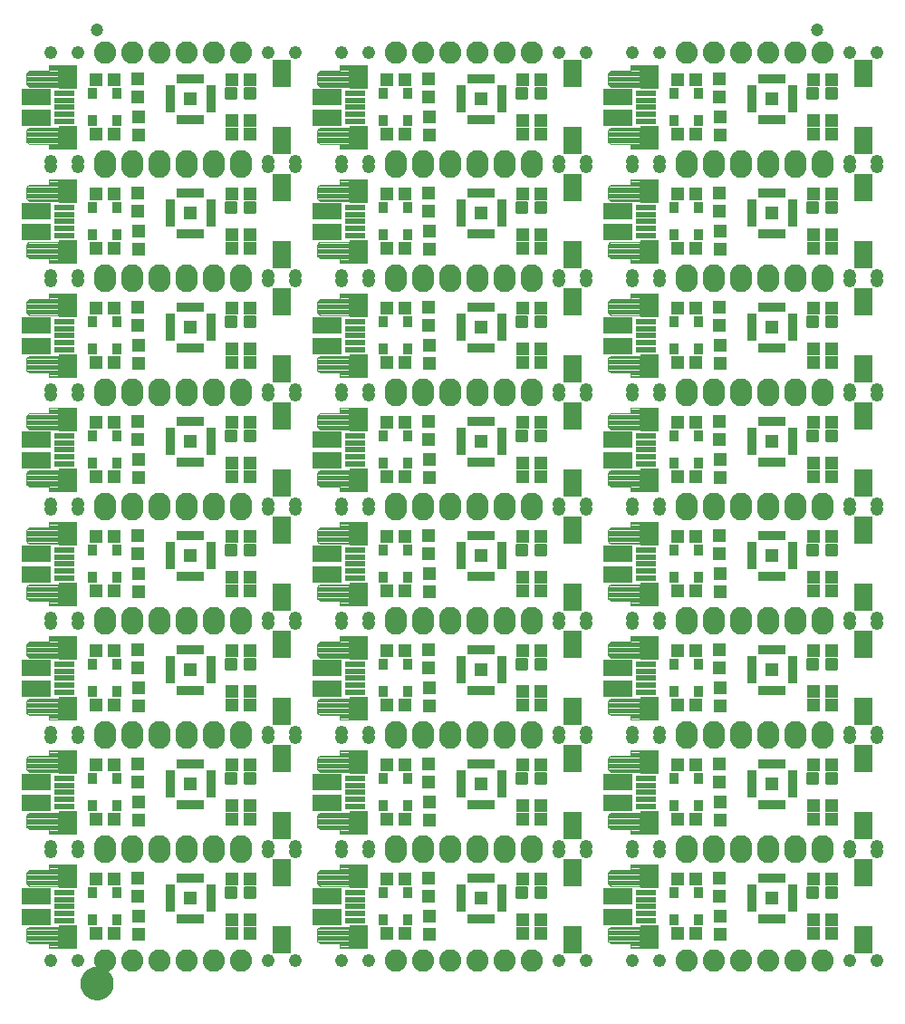
<source format=gts>
G75*
%MOIN*%
%OFA0B0*%
%FSLAX25Y25*%
%IPPOS*%
%LPD*%
%AMOC8*
5,1,8,0,0,1.08239X$1,22.5*
%
%ADD10C,0.04800*%
%ADD11R,0.05131X0.04737*%
%ADD12R,0.03280X0.04068*%
%ADD13C,0.01421*%
%ADD14R,0.07690X0.02375*%
%ADD15R,0.06548X0.08674*%
%ADD16R,0.10643X0.06410*%
%ADD17C,0.00400*%
%ADD18C,0.08200*%
%ADD19R,0.04737X0.05131*%
%ADD20R,0.07099X0.09855*%
%ADD21R,0.04737X0.04737*%
%ADD22R,0.03359X0.01981*%
%ADD23R,0.01981X0.03359*%
%ADD24C,0.04737*%
%ADD25C,0.05000*%
%ADD26C,0.06706*%
D10*
X0038750Y0028750D03*
X0048750Y0028750D03*
X0048750Y0068750D03*
X0048750Y0070750D03*
X0038750Y0070750D03*
X0038750Y0068750D03*
X0038750Y0110750D03*
X0038750Y0112750D03*
X0048750Y0112750D03*
X0048750Y0110750D03*
X0048750Y0152750D03*
X0048750Y0154750D03*
X0038750Y0154750D03*
X0038750Y0152750D03*
X0038750Y0194750D03*
X0038750Y0196750D03*
X0048750Y0196750D03*
X0048750Y0194750D03*
X0048750Y0236750D03*
X0048750Y0238750D03*
X0038750Y0238750D03*
X0038750Y0236750D03*
X0038750Y0278750D03*
X0038750Y0280750D03*
X0048750Y0280750D03*
X0048750Y0278750D03*
X0048750Y0320750D03*
X0048750Y0322750D03*
X0038750Y0322750D03*
X0038750Y0320750D03*
X0038750Y0362750D03*
X0048750Y0362750D03*
X0118750Y0362750D03*
X0128750Y0362750D03*
X0145750Y0362750D03*
X0155750Y0362750D03*
X0155750Y0322750D03*
X0155750Y0320750D03*
X0145750Y0320750D03*
X0145750Y0322750D03*
X0128750Y0322750D03*
X0128750Y0320750D03*
X0118750Y0320750D03*
X0118750Y0322750D03*
X0118750Y0280750D03*
X0118750Y0278750D03*
X0128750Y0278750D03*
X0128750Y0280750D03*
X0145750Y0280750D03*
X0145750Y0278750D03*
X0155750Y0278750D03*
X0155750Y0280750D03*
X0155750Y0238750D03*
X0155750Y0236750D03*
X0145750Y0236750D03*
X0145750Y0238750D03*
X0128750Y0238750D03*
X0128750Y0236750D03*
X0118750Y0236750D03*
X0118750Y0238750D03*
X0118750Y0196750D03*
X0118750Y0194750D03*
X0128750Y0194750D03*
X0128750Y0196750D03*
X0145750Y0196750D03*
X0145750Y0194750D03*
X0155750Y0194750D03*
X0155750Y0196750D03*
X0155750Y0154750D03*
X0155750Y0152750D03*
X0145750Y0152750D03*
X0145750Y0154750D03*
X0128750Y0154750D03*
X0128750Y0152750D03*
X0118750Y0152750D03*
X0118750Y0154750D03*
X0118750Y0112750D03*
X0118750Y0110750D03*
X0128750Y0110750D03*
X0128750Y0112750D03*
X0145750Y0112750D03*
X0145750Y0110750D03*
X0155750Y0110750D03*
X0155750Y0112750D03*
X0155750Y0070750D03*
X0155750Y0068750D03*
X0145750Y0068750D03*
X0145750Y0070750D03*
X0128750Y0070750D03*
X0128750Y0068750D03*
X0118750Y0068750D03*
X0118750Y0070750D03*
X0118750Y0028750D03*
X0128750Y0028750D03*
X0145750Y0028750D03*
X0155750Y0028750D03*
X0225750Y0028750D03*
X0235750Y0028750D03*
X0252750Y0028750D03*
X0262750Y0028750D03*
X0262750Y0068750D03*
X0262750Y0070750D03*
X0252750Y0070750D03*
X0252750Y0068750D03*
X0235750Y0068750D03*
X0235750Y0070750D03*
X0225750Y0070750D03*
X0225750Y0068750D03*
X0225750Y0110750D03*
X0225750Y0112750D03*
X0235750Y0112750D03*
X0235750Y0110750D03*
X0252750Y0110750D03*
X0252750Y0112750D03*
X0262750Y0112750D03*
X0262750Y0110750D03*
X0262750Y0152750D03*
X0262750Y0154750D03*
X0252750Y0154750D03*
X0252750Y0152750D03*
X0235750Y0152750D03*
X0235750Y0154750D03*
X0225750Y0154750D03*
X0225750Y0152750D03*
X0225750Y0194750D03*
X0225750Y0196750D03*
X0235750Y0196750D03*
X0235750Y0194750D03*
X0252750Y0194750D03*
X0252750Y0196750D03*
X0262750Y0196750D03*
X0262750Y0194750D03*
X0262750Y0236750D03*
X0262750Y0238750D03*
X0252750Y0238750D03*
X0252750Y0236750D03*
X0235750Y0236750D03*
X0235750Y0238750D03*
X0225750Y0238750D03*
X0225750Y0236750D03*
X0225750Y0278750D03*
X0225750Y0280750D03*
X0235750Y0280750D03*
X0235750Y0278750D03*
X0252750Y0278750D03*
X0252750Y0280750D03*
X0262750Y0280750D03*
X0262750Y0278750D03*
X0262750Y0320750D03*
X0262750Y0322750D03*
X0252750Y0322750D03*
X0252750Y0320750D03*
X0235750Y0320750D03*
X0235750Y0322750D03*
X0225750Y0322750D03*
X0225750Y0320750D03*
X0225750Y0362750D03*
X0235750Y0362750D03*
X0252750Y0362750D03*
X0262750Y0362750D03*
X0332750Y0362750D03*
X0342750Y0362750D03*
X0342750Y0322750D03*
X0342750Y0320750D03*
X0332750Y0320750D03*
X0332750Y0322750D03*
X0332750Y0280750D03*
X0332750Y0278750D03*
X0342750Y0278750D03*
X0342750Y0280750D03*
X0342750Y0238750D03*
X0342750Y0236750D03*
X0332750Y0236750D03*
X0332750Y0238750D03*
X0332750Y0196750D03*
X0332750Y0194750D03*
X0342750Y0194750D03*
X0342750Y0196750D03*
X0342750Y0154750D03*
X0342750Y0152750D03*
X0332750Y0152750D03*
X0332750Y0154750D03*
X0332750Y0112750D03*
X0332750Y0110750D03*
X0342750Y0110750D03*
X0342750Y0112750D03*
X0342750Y0070750D03*
X0342750Y0068750D03*
X0332750Y0068750D03*
X0332750Y0070750D03*
X0332750Y0028750D03*
X0342750Y0028750D03*
D11*
X0326096Y0038750D03*
X0319404Y0038750D03*
X0319404Y0043750D03*
X0326096Y0043750D03*
X0326096Y0058750D03*
X0319404Y0058750D03*
X0319404Y0080750D03*
X0319404Y0085750D03*
X0326096Y0085750D03*
X0326096Y0080750D03*
X0326096Y0100750D03*
X0319404Y0100750D03*
X0319404Y0122750D03*
X0319404Y0127750D03*
X0326096Y0127750D03*
X0326096Y0122750D03*
X0326096Y0142750D03*
X0319404Y0142750D03*
X0319404Y0164750D03*
X0319404Y0169750D03*
X0326096Y0169750D03*
X0326096Y0164750D03*
X0326096Y0184750D03*
X0319404Y0184750D03*
X0319404Y0206750D03*
X0319404Y0211750D03*
X0326096Y0211750D03*
X0326096Y0206750D03*
X0326096Y0226750D03*
X0319404Y0226750D03*
X0319404Y0248750D03*
X0319404Y0253750D03*
X0326096Y0253750D03*
X0326096Y0248750D03*
X0326096Y0268750D03*
X0319404Y0268750D03*
X0319404Y0290750D03*
X0319404Y0295750D03*
X0326096Y0295750D03*
X0326096Y0290750D03*
X0326096Y0310750D03*
X0319404Y0310750D03*
X0319404Y0332750D03*
X0319404Y0337750D03*
X0326096Y0337750D03*
X0326096Y0332750D03*
X0326096Y0352750D03*
X0319404Y0352750D03*
X0276096Y0352750D03*
X0269404Y0352750D03*
X0269404Y0332750D03*
X0276096Y0332750D03*
X0276096Y0310750D03*
X0269404Y0310750D03*
X0269404Y0290750D03*
X0276096Y0290750D03*
X0276096Y0268750D03*
X0269404Y0268750D03*
X0269404Y0248750D03*
X0276096Y0248750D03*
X0276096Y0226750D03*
X0269404Y0226750D03*
X0269404Y0206750D03*
X0276096Y0206750D03*
X0276096Y0184750D03*
X0269404Y0184750D03*
X0269404Y0164750D03*
X0276096Y0164750D03*
X0276096Y0142750D03*
X0269404Y0142750D03*
X0269404Y0122750D03*
X0276096Y0122750D03*
X0276096Y0100750D03*
X0269404Y0100750D03*
X0269404Y0080750D03*
X0276096Y0080750D03*
X0276096Y0058750D03*
X0269404Y0058750D03*
X0269404Y0038750D03*
X0276096Y0038750D03*
X0219096Y0038750D03*
X0219096Y0043750D03*
X0212404Y0043750D03*
X0212404Y0038750D03*
X0212404Y0058750D03*
X0219096Y0058750D03*
X0219096Y0080750D03*
X0219096Y0085750D03*
X0212404Y0085750D03*
X0212404Y0080750D03*
X0212404Y0100750D03*
X0219096Y0100750D03*
X0219096Y0122750D03*
X0219096Y0127750D03*
X0212404Y0127750D03*
X0212404Y0122750D03*
X0212404Y0142750D03*
X0219096Y0142750D03*
X0219096Y0164750D03*
X0219096Y0169750D03*
X0212404Y0169750D03*
X0212404Y0164750D03*
X0212404Y0184750D03*
X0219096Y0184750D03*
X0219096Y0206750D03*
X0219096Y0211750D03*
X0212404Y0211750D03*
X0212404Y0206750D03*
X0212404Y0226750D03*
X0219096Y0226750D03*
X0219096Y0248750D03*
X0219096Y0253750D03*
X0212404Y0253750D03*
X0212404Y0248750D03*
X0212404Y0268750D03*
X0219096Y0268750D03*
X0219096Y0290750D03*
X0219096Y0295750D03*
X0212404Y0295750D03*
X0212404Y0290750D03*
X0212404Y0310750D03*
X0219096Y0310750D03*
X0219096Y0332750D03*
X0219096Y0337750D03*
X0212404Y0337750D03*
X0212404Y0332750D03*
X0212404Y0352750D03*
X0219096Y0352750D03*
X0169096Y0352750D03*
X0162404Y0352750D03*
X0162404Y0332750D03*
X0169096Y0332750D03*
X0169096Y0310750D03*
X0162404Y0310750D03*
X0162404Y0290750D03*
X0169096Y0290750D03*
X0169096Y0268750D03*
X0162404Y0268750D03*
X0162404Y0248750D03*
X0169096Y0248750D03*
X0169096Y0226750D03*
X0162404Y0226750D03*
X0162404Y0206750D03*
X0169096Y0206750D03*
X0169096Y0184750D03*
X0162404Y0184750D03*
X0162404Y0164750D03*
X0169096Y0164750D03*
X0169096Y0142750D03*
X0162404Y0142750D03*
X0162404Y0122750D03*
X0169096Y0122750D03*
X0169096Y0100750D03*
X0162404Y0100750D03*
X0162404Y0080750D03*
X0169096Y0080750D03*
X0169096Y0058750D03*
X0162404Y0058750D03*
X0162404Y0038750D03*
X0169096Y0038750D03*
X0112096Y0038750D03*
X0105404Y0038750D03*
X0105404Y0043750D03*
X0112096Y0043750D03*
X0112096Y0058750D03*
X0105404Y0058750D03*
X0105404Y0080750D03*
X0105404Y0085750D03*
X0112096Y0085750D03*
X0112096Y0080750D03*
X0112096Y0100750D03*
X0105404Y0100750D03*
X0105404Y0122750D03*
X0105404Y0127750D03*
X0112096Y0127750D03*
X0112096Y0122750D03*
X0112096Y0142750D03*
X0105404Y0142750D03*
X0105404Y0164750D03*
X0105404Y0169750D03*
X0112096Y0169750D03*
X0112096Y0164750D03*
X0112096Y0184750D03*
X0105404Y0184750D03*
X0105404Y0206750D03*
X0105404Y0211750D03*
X0112096Y0211750D03*
X0112096Y0206750D03*
X0112096Y0226750D03*
X0105404Y0226750D03*
X0105404Y0248750D03*
X0105404Y0253750D03*
X0112096Y0253750D03*
X0112096Y0248750D03*
X0112096Y0268750D03*
X0105404Y0268750D03*
X0105404Y0290750D03*
X0105404Y0295750D03*
X0112096Y0295750D03*
X0112096Y0290750D03*
X0112096Y0310750D03*
X0105404Y0310750D03*
X0105404Y0332750D03*
X0105404Y0337750D03*
X0112096Y0337750D03*
X0112096Y0332750D03*
X0112096Y0352750D03*
X0105404Y0352750D03*
X0062096Y0352750D03*
X0055404Y0352750D03*
X0055404Y0332750D03*
X0062096Y0332750D03*
X0062096Y0310750D03*
X0055404Y0310750D03*
X0055404Y0290750D03*
X0062096Y0290750D03*
X0062096Y0268750D03*
X0055404Y0268750D03*
X0055404Y0248750D03*
X0062096Y0248750D03*
X0062096Y0226750D03*
X0055404Y0226750D03*
X0055404Y0206750D03*
X0062096Y0206750D03*
X0062096Y0184750D03*
X0055404Y0184750D03*
X0055404Y0164750D03*
X0062096Y0164750D03*
X0062096Y0142750D03*
X0055404Y0142750D03*
X0055404Y0122750D03*
X0062096Y0122750D03*
X0062096Y0100750D03*
X0055404Y0100750D03*
X0055404Y0080750D03*
X0062096Y0080750D03*
X0062096Y0058750D03*
X0055404Y0058750D03*
X0055404Y0038750D03*
X0062096Y0038750D03*
D12*
X0063278Y0043750D03*
X0054222Y0043750D03*
X0054222Y0053750D03*
X0063278Y0053750D03*
X0063278Y0085750D03*
X0054222Y0085750D03*
X0054222Y0095750D03*
X0063278Y0095750D03*
X0063278Y0127750D03*
X0054222Y0127750D03*
X0054222Y0137750D03*
X0063278Y0137750D03*
X0063278Y0169750D03*
X0054222Y0169750D03*
X0054222Y0179750D03*
X0063278Y0179750D03*
X0063278Y0211750D03*
X0054222Y0211750D03*
X0054222Y0221750D03*
X0063278Y0221750D03*
X0063278Y0253750D03*
X0054222Y0253750D03*
X0054222Y0263750D03*
X0063278Y0263750D03*
X0063278Y0295750D03*
X0054222Y0295750D03*
X0054222Y0305750D03*
X0063278Y0305750D03*
X0063278Y0337750D03*
X0054222Y0337750D03*
X0054222Y0347750D03*
X0063278Y0347750D03*
X0161222Y0347750D03*
X0170278Y0347750D03*
X0170278Y0337750D03*
X0161222Y0337750D03*
X0161222Y0305750D03*
X0170278Y0305750D03*
X0170278Y0295750D03*
X0161222Y0295750D03*
X0161222Y0263750D03*
X0170278Y0263750D03*
X0170278Y0253750D03*
X0161222Y0253750D03*
X0161222Y0221750D03*
X0170278Y0221750D03*
X0170278Y0211750D03*
X0161222Y0211750D03*
X0161222Y0179750D03*
X0170278Y0179750D03*
X0170278Y0169750D03*
X0161222Y0169750D03*
X0161222Y0137750D03*
X0170278Y0137750D03*
X0170278Y0127750D03*
X0161222Y0127750D03*
X0161222Y0095750D03*
X0170278Y0095750D03*
X0170278Y0085750D03*
X0161222Y0085750D03*
X0161222Y0053750D03*
X0170278Y0053750D03*
X0170278Y0043750D03*
X0161222Y0043750D03*
X0268222Y0043750D03*
X0277278Y0043750D03*
X0277278Y0053750D03*
X0268222Y0053750D03*
X0268222Y0085750D03*
X0277278Y0085750D03*
X0277278Y0095750D03*
X0268222Y0095750D03*
X0268222Y0127750D03*
X0277278Y0127750D03*
X0277278Y0137750D03*
X0268222Y0137750D03*
X0268222Y0169750D03*
X0277278Y0169750D03*
X0277278Y0179750D03*
X0268222Y0179750D03*
X0268222Y0211750D03*
X0277278Y0211750D03*
X0277278Y0221750D03*
X0268222Y0221750D03*
X0268222Y0253750D03*
X0277278Y0253750D03*
X0277278Y0263750D03*
X0268222Y0263750D03*
X0268222Y0295750D03*
X0277278Y0295750D03*
X0277278Y0305750D03*
X0268222Y0305750D03*
X0268222Y0337750D03*
X0277278Y0337750D03*
X0277278Y0347750D03*
X0268222Y0347750D03*
D13*
X0217545Y0346092D02*
X0217545Y0349408D01*
X0220861Y0349408D01*
X0220861Y0346092D01*
X0217545Y0346092D01*
X0217545Y0347512D02*
X0220861Y0347512D01*
X0220861Y0348932D02*
X0217545Y0348932D01*
X0210639Y0349408D02*
X0210639Y0346092D01*
X0210639Y0349408D02*
X0213955Y0349408D01*
X0213955Y0346092D01*
X0210639Y0346092D01*
X0210639Y0347512D02*
X0213955Y0347512D01*
X0213955Y0348932D02*
X0210639Y0348932D01*
X0210639Y0307408D02*
X0210639Y0304092D01*
X0210639Y0307408D02*
X0213955Y0307408D01*
X0213955Y0304092D01*
X0210639Y0304092D01*
X0210639Y0305512D02*
X0213955Y0305512D01*
X0213955Y0306932D02*
X0210639Y0306932D01*
X0217545Y0307408D02*
X0217545Y0304092D01*
X0217545Y0307408D02*
X0220861Y0307408D01*
X0220861Y0304092D01*
X0217545Y0304092D01*
X0217545Y0305512D02*
X0220861Y0305512D01*
X0220861Y0306932D02*
X0217545Y0306932D01*
X0217545Y0265408D02*
X0217545Y0262092D01*
X0217545Y0265408D02*
X0220861Y0265408D01*
X0220861Y0262092D01*
X0217545Y0262092D01*
X0217545Y0263512D02*
X0220861Y0263512D01*
X0220861Y0264932D02*
X0217545Y0264932D01*
X0210639Y0265408D02*
X0210639Y0262092D01*
X0210639Y0265408D02*
X0213955Y0265408D01*
X0213955Y0262092D01*
X0210639Y0262092D01*
X0210639Y0263512D02*
X0213955Y0263512D01*
X0213955Y0264932D02*
X0210639Y0264932D01*
X0210639Y0223408D02*
X0210639Y0220092D01*
X0210639Y0223408D02*
X0213955Y0223408D01*
X0213955Y0220092D01*
X0210639Y0220092D01*
X0210639Y0221512D02*
X0213955Y0221512D01*
X0213955Y0222932D02*
X0210639Y0222932D01*
X0217545Y0223408D02*
X0217545Y0220092D01*
X0217545Y0223408D02*
X0220861Y0223408D01*
X0220861Y0220092D01*
X0217545Y0220092D01*
X0217545Y0221512D02*
X0220861Y0221512D01*
X0220861Y0222932D02*
X0217545Y0222932D01*
X0217545Y0181408D02*
X0217545Y0178092D01*
X0217545Y0181408D02*
X0220861Y0181408D01*
X0220861Y0178092D01*
X0217545Y0178092D01*
X0217545Y0179512D02*
X0220861Y0179512D01*
X0220861Y0180932D02*
X0217545Y0180932D01*
X0210639Y0181408D02*
X0210639Y0178092D01*
X0210639Y0181408D02*
X0213955Y0181408D01*
X0213955Y0178092D01*
X0210639Y0178092D01*
X0210639Y0179512D02*
X0213955Y0179512D01*
X0213955Y0180932D02*
X0210639Y0180932D01*
X0210639Y0139408D02*
X0210639Y0136092D01*
X0210639Y0139408D02*
X0213955Y0139408D01*
X0213955Y0136092D01*
X0210639Y0136092D01*
X0210639Y0137512D02*
X0213955Y0137512D01*
X0213955Y0138932D02*
X0210639Y0138932D01*
X0217545Y0139408D02*
X0217545Y0136092D01*
X0217545Y0139408D02*
X0220861Y0139408D01*
X0220861Y0136092D01*
X0217545Y0136092D01*
X0217545Y0137512D02*
X0220861Y0137512D01*
X0220861Y0138932D02*
X0217545Y0138932D01*
X0217545Y0097408D02*
X0217545Y0094092D01*
X0217545Y0097408D02*
X0220861Y0097408D01*
X0220861Y0094092D01*
X0217545Y0094092D01*
X0217545Y0095512D02*
X0220861Y0095512D01*
X0220861Y0096932D02*
X0217545Y0096932D01*
X0210639Y0097408D02*
X0210639Y0094092D01*
X0210639Y0097408D02*
X0213955Y0097408D01*
X0213955Y0094092D01*
X0210639Y0094092D01*
X0210639Y0095512D02*
X0213955Y0095512D01*
X0213955Y0096932D02*
X0210639Y0096932D01*
X0210639Y0055408D02*
X0210639Y0052092D01*
X0210639Y0055408D02*
X0213955Y0055408D01*
X0213955Y0052092D01*
X0210639Y0052092D01*
X0210639Y0053512D02*
X0213955Y0053512D01*
X0213955Y0054932D02*
X0210639Y0054932D01*
X0217545Y0055408D02*
X0217545Y0052092D01*
X0217545Y0055408D02*
X0220861Y0055408D01*
X0220861Y0052092D01*
X0217545Y0052092D01*
X0217545Y0053512D02*
X0220861Y0053512D01*
X0220861Y0054932D02*
X0217545Y0054932D01*
X0317639Y0055408D02*
X0317639Y0052092D01*
X0317639Y0055408D02*
X0320955Y0055408D01*
X0320955Y0052092D01*
X0317639Y0052092D01*
X0317639Y0053512D02*
X0320955Y0053512D01*
X0320955Y0054932D02*
X0317639Y0054932D01*
X0324545Y0055408D02*
X0324545Y0052092D01*
X0324545Y0055408D02*
X0327861Y0055408D01*
X0327861Y0052092D01*
X0324545Y0052092D01*
X0324545Y0053512D02*
X0327861Y0053512D01*
X0327861Y0054932D02*
X0324545Y0054932D01*
X0324545Y0094092D02*
X0324545Y0097408D01*
X0327861Y0097408D01*
X0327861Y0094092D01*
X0324545Y0094092D01*
X0324545Y0095512D02*
X0327861Y0095512D01*
X0327861Y0096932D02*
X0324545Y0096932D01*
X0317639Y0097408D02*
X0317639Y0094092D01*
X0317639Y0097408D02*
X0320955Y0097408D01*
X0320955Y0094092D01*
X0317639Y0094092D01*
X0317639Y0095512D02*
X0320955Y0095512D01*
X0320955Y0096932D02*
X0317639Y0096932D01*
X0317639Y0136092D02*
X0317639Y0139408D01*
X0320955Y0139408D01*
X0320955Y0136092D01*
X0317639Y0136092D01*
X0317639Y0137512D02*
X0320955Y0137512D01*
X0320955Y0138932D02*
X0317639Y0138932D01*
X0324545Y0139408D02*
X0324545Y0136092D01*
X0324545Y0139408D02*
X0327861Y0139408D01*
X0327861Y0136092D01*
X0324545Y0136092D01*
X0324545Y0137512D02*
X0327861Y0137512D01*
X0327861Y0138932D02*
X0324545Y0138932D01*
X0324545Y0178092D02*
X0324545Y0181408D01*
X0327861Y0181408D01*
X0327861Y0178092D01*
X0324545Y0178092D01*
X0324545Y0179512D02*
X0327861Y0179512D01*
X0327861Y0180932D02*
X0324545Y0180932D01*
X0317639Y0181408D02*
X0317639Y0178092D01*
X0317639Y0181408D02*
X0320955Y0181408D01*
X0320955Y0178092D01*
X0317639Y0178092D01*
X0317639Y0179512D02*
X0320955Y0179512D01*
X0320955Y0180932D02*
X0317639Y0180932D01*
X0317639Y0220092D02*
X0317639Y0223408D01*
X0320955Y0223408D01*
X0320955Y0220092D01*
X0317639Y0220092D01*
X0317639Y0221512D02*
X0320955Y0221512D01*
X0320955Y0222932D02*
X0317639Y0222932D01*
X0324545Y0223408D02*
X0324545Y0220092D01*
X0324545Y0223408D02*
X0327861Y0223408D01*
X0327861Y0220092D01*
X0324545Y0220092D01*
X0324545Y0221512D02*
X0327861Y0221512D01*
X0327861Y0222932D02*
X0324545Y0222932D01*
X0324545Y0262092D02*
X0324545Y0265408D01*
X0327861Y0265408D01*
X0327861Y0262092D01*
X0324545Y0262092D01*
X0324545Y0263512D02*
X0327861Y0263512D01*
X0327861Y0264932D02*
X0324545Y0264932D01*
X0317639Y0265408D02*
X0317639Y0262092D01*
X0317639Y0265408D02*
X0320955Y0265408D01*
X0320955Y0262092D01*
X0317639Y0262092D01*
X0317639Y0263512D02*
X0320955Y0263512D01*
X0320955Y0264932D02*
X0317639Y0264932D01*
X0317639Y0304092D02*
X0317639Y0307408D01*
X0320955Y0307408D01*
X0320955Y0304092D01*
X0317639Y0304092D01*
X0317639Y0305512D02*
X0320955Y0305512D01*
X0320955Y0306932D02*
X0317639Y0306932D01*
X0324545Y0307408D02*
X0324545Y0304092D01*
X0324545Y0307408D02*
X0327861Y0307408D01*
X0327861Y0304092D01*
X0324545Y0304092D01*
X0324545Y0305512D02*
X0327861Y0305512D01*
X0327861Y0306932D02*
X0324545Y0306932D01*
X0324545Y0346092D02*
X0324545Y0349408D01*
X0327861Y0349408D01*
X0327861Y0346092D01*
X0324545Y0346092D01*
X0324545Y0347512D02*
X0327861Y0347512D01*
X0327861Y0348932D02*
X0324545Y0348932D01*
X0317639Y0349408D02*
X0317639Y0346092D01*
X0317639Y0349408D02*
X0320955Y0349408D01*
X0320955Y0346092D01*
X0317639Y0346092D01*
X0317639Y0347512D02*
X0320955Y0347512D01*
X0320955Y0348932D02*
X0317639Y0348932D01*
X0110545Y0349408D02*
X0110545Y0346092D01*
X0110545Y0349408D02*
X0113861Y0349408D01*
X0113861Y0346092D01*
X0110545Y0346092D01*
X0110545Y0347512D02*
X0113861Y0347512D01*
X0113861Y0348932D02*
X0110545Y0348932D01*
X0103639Y0349408D02*
X0103639Y0346092D01*
X0103639Y0349408D02*
X0106955Y0349408D01*
X0106955Y0346092D01*
X0103639Y0346092D01*
X0103639Y0347512D02*
X0106955Y0347512D01*
X0106955Y0348932D02*
X0103639Y0348932D01*
X0103639Y0307408D02*
X0103639Y0304092D01*
X0103639Y0307408D02*
X0106955Y0307408D01*
X0106955Y0304092D01*
X0103639Y0304092D01*
X0103639Y0305512D02*
X0106955Y0305512D01*
X0106955Y0306932D02*
X0103639Y0306932D01*
X0110545Y0307408D02*
X0110545Y0304092D01*
X0110545Y0307408D02*
X0113861Y0307408D01*
X0113861Y0304092D01*
X0110545Y0304092D01*
X0110545Y0305512D02*
X0113861Y0305512D01*
X0113861Y0306932D02*
X0110545Y0306932D01*
X0110545Y0265408D02*
X0110545Y0262092D01*
X0110545Y0265408D02*
X0113861Y0265408D01*
X0113861Y0262092D01*
X0110545Y0262092D01*
X0110545Y0263512D02*
X0113861Y0263512D01*
X0113861Y0264932D02*
X0110545Y0264932D01*
X0103639Y0265408D02*
X0103639Y0262092D01*
X0103639Y0265408D02*
X0106955Y0265408D01*
X0106955Y0262092D01*
X0103639Y0262092D01*
X0103639Y0263512D02*
X0106955Y0263512D01*
X0106955Y0264932D02*
X0103639Y0264932D01*
X0103639Y0223408D02*
X0103639Y0220092D01*
X0103639Y0223408D02*
X0106955Y0223408D01*
X0106955Y0220092D01*
X0103639Y0220092D01*
X0103639Y0221512D02*
X0106955Y0221512D01*
X0106955Y0222932D02*
X0103639Y0222932D01*
X0110545Y0223408D02*
X0110545Y0220092D01*
X0110545Y0223408D02*
X0113861Y0223408D01*
X0113861Y0220092D01*
X0110545Y0220092D01*
X0110545Y0221512D02*
X0113861Y0221512D01*
X0113861Y0222932D02*
X0110545Y0222932D01*
X0110545Y0181408D02*
X0110545Y0178092D01*
X0110545Y0181408D02*
X0113861Y0181408D01*
X0113861Y0178092D01*
X0110545Y0178092D01*
X0110545Y0179512D02*
X0113861Y0179512D01*
X0113861Y0180932D02*
X0110545Y0180932D01*
X0103639Y0181408D02*
X0103639Y0178092D01*
X0103639Y0181408D02*
X0106955Y0181408D01*
X0106955Y0178092D01*
X0103639Y0178092D01*
X0103639Y0179512D02*
X0106955Y0179512D01*
X0106955Y0180932D02*
X0103639Y0180932D01*
X0103639Y0139408D02*
X0103639Y0136092D01*
X0103639Y0139408D02*
X0106955Y0139408D01*
X0106955Y0136092D01*
X0103639Y0136092D01*
X0103639Y0137512D02*
X0106955Y0137512D01*
X0106955Y0138932D02*
X0103639Y0138932D01*
X0110545Y0139408D02*
X0110545Y0136092D01*
X0110545Y0139408D02*
X0113861Y0139408D01*
X0113861Y0136092D01*
X0110545Y0136092D01*
X0110545Y0137512D02*
X0113861Y0137512D01*
X0113861Y0138932D02*
X0110545Y0138932D01*
X0110545Y0097408D02*
X0110545Y0094092D01*
X0110545Y0097408D02*
X0113861Y0097408D01*
X0113861Y0094092D01*
X0110545Y0094092D01*
X0110545Y0095512D02*
X0113861Y0095512D01*
X0113861Y0096932D02*
X0110545Y0096932D01*
X0103639Y0097408D02*
X0103639Y0094092D01*
X0103639Y0097408D02*
X0106955Y0097408D01*
X0106955Y0094092D01*
X0103639Y0094092D01*
X0103639Y0095512D02*
X0106955Y0095512D01*
X0106955Y0096932D02*
X0103639Y0096932D01*
X0103639Y0055408D02*
X0103639Y0052092D01*
X0103639Y0055408D02*
X0106955Y0055408D01*
X0106955Y0052092D01*
X0103639Y0052092D01*
X0103639Y0053512D02*
X0106955Y0053512D01*
X0106955Y0054932D02*
X0103639Y0054932D01*
X0110545Y0055408D02*
X0110545Y0052092D01*
X0110545Y0055408D02*
X0113861Y0055408D01*
X0113861Y0052092D01*
X0110545Y0052092D01*
X0110545Y0053512D02*
X0113861Y0053512D01*
X0113861Y0054932D02*
X0110545Y0054932D01*
D14*
X0150990Y0053744D03*
X0150990Y0051185D03*
X0150990Y0048626D03*
X0150990Y0046067D03*
X0150990Y0043508D03*
X0150990Y0085508D03*
X0150990Y0088067D03*
X0150990Y0090626D03*
X0150990Y0093185D03*
X0150990Y0095744D03*
X0150990Y0127508D03*
X0150990Y0130067D03*
X0150990Y0132626D03*
X0150990Y0135185D03*
X0150990Y0137744D03*
X0150990Y0169508D03*
X0150990Y0172067D03*
X0150990Y0174626D03*
X0150990Y0177185D03*
X0150990Y0179744D03*
X0150990Y0211508D03*
X0150990Y0214067D03*
X0150990Y0216626D03*
X0150990Y0219185D03*
X0150990Y0221744D03*
X0150990Y0253508D03*
X0150990Y0256067D03*
X0150990Y0258626D03*
X0150990Y0261185D03*
X0150990Y0263744D03*
X0150990Y0295508D03*
X0150990Y0298067D03*
X0150990Y0300626D03*
X0150990Y0303185D03*
X0150990Y0305744D03*
X0150990Y0337508D03*
X0150990Y0340067D03*
X0150990Y0342626D03*
X0150990Y0345185D03*
X0150990Y0347744D03*
X0257990Y0347744D03*
X0257990Y0345185D03*
X0257990Y0342626D03*
X0257990Y0340067D03*
X0257990Y0337508D03*
X0257990Y0305744D03*
X0257990Y0303185D03*
X0257990Y0300626D03*
X0257990Y0298067D03*
X0257990Y0295508D03*
X0257990Y0263744D03*
X0257990Y0261185D03*
X0257990Y0258626D03*
X0257990Y0256067D03*
X0257990Y0253508D03*
X0257990Y0221744D03*
X0257990Y0219185D03*
X0257990Y0216626D03*
X0257990Y0214067D03*
X0257990Y0211508D03*
X0257990Y0179744D03*
X0257990Y0177185D03*
X0257990Y0174626D03*
X0257990Y0172067D03*
X0257990Y0169508D03*
X0257990Y0137744D03*
X0257990Y0135185D03*
X0257990Y0132626D03*
X0257990Y0130067D03*
X0257990Y0127508D03*
X0257990Y0095744D03*
X0257990Y0093185D03*
X0257990Y0090626D03*
X0257990Y0088067D03*
X0257990Y0085508D03*
X0257990Y0053744D03*
X0257990Y0051185D03*
X0257990Y0048626D03*
X0257990Y0046067D03*
X0257990Y0043508D03*
X0043990Y0043508D03*
X0043990Y0046067D03*
X0043990Y0048626D03*
X0043990Y0051185D03*
X0043990Y0053744D03*
X0043990Y0085508D03*
X0043990Y0088067D03*
X0043990Y0090626D03*
X0043990Y0093185D03*
X0043990Y0095744D03*
X0043990Y0127508D03*
X0043990Y0130067D03*
X0043990Y0132626D03*
X0043990Y0135185D03*
X0043990Y0137744D03*
X0043990Y0169508D03*
X0043990Y0172067D03*
X0043990Y0174626D03*
X0043990Y0177185D03*
X0043990Y0179744D03*
X0043990Y0211508D03*
X0043990Y0214067D03*
X0043990Y0216626D03*
X0043990Y0219185D03*
X0043990Y0221744D03*
X0043990Y0253508D03*
X0043990Y0256067D03*
X0043990Y0258626D03*
X0043990Y0261185D03*
X0043990Y0263744D03*
X0043990Y0295508D03*
X0043990Y0298067D03*
X0043990Y0300626D03*
X0043990Y0303185D03*
X0043990Y0305744D03*
X0043990Y0337508D03*
X0043990Y0340067D03*
X0043990Y0342626D03*
X0043990Y0345185D03*
X0043990Y0347744D03*
D15*
X0045073Y0353748D03*
X0045073Y0331604D03*
X0045073Y0311748D03*
X0045073Y0289604D03*
X0045073Y0269748D03*
X0045073Y0247604D03*
X0045073Y0227748D03*
X0045073Y0205604D03*
X0045073Y0185748D03*
X0045073Y0163604D03*
X0045073Y0143748D03*
X0045073Y0121604D03*
X0045073Y0101748D03*
X0045073Y0079604D03*
X0045073Y0059748D03*
X0045073Y0037604D03*
X0152073Y0037604D03*
X0152073Y0059748D03*
X0152073Y0079604D03*
X0152073Y0101748D03*
X0152073Y0121604D03*
X0152073Y0143748D03*
X0152073Y0163604D03*
X0152073Y0185748D03*
X0152073Y0205604D03*
X0152073Y0227748D03*
X0152073Y0247604D03*
X0152073Y0269748D03*
X0152073Y0289604D03*
X0152073Y0311748D03*
X0152073Y0331604D03*
X0152073Y0353748D03*
X0259073Y0353748D03*
X0259073Y0331604D03*
X0259073Y0311748D03*
X0259073Y0289604D03*
X0259073Y0269748D03*
X0259073Y0247604D03*
X0259073Y0227748D03*
X0259073Y0205604D03*
X0259073Y0185748D03*
X0259073Y0163604D03*
X0259073Y0143748D03*
X0259073Y0121604D03*
X0259073Y0101748D03*
X0259073Y0079604D03*
X0259073Y0059748D03*
X0259073Y0037604D03*
D16*
X0247428Y0044828D03*
X0247439Y0052603D03*
X0247428Y0086828D03*
X0247439Y0094603D03*
X0247428Y0128828D03*
X0247439Y0136603D03*
X0247428Y0170828D03*
X0247439Y0178603D03*
X0247428Y0212828D03*
X0247439Y0220603D03*
X0247428Y0254828D03*
X0247439Y0262603D03*
X0247428Y0296828D03*
X0247439Y0304603D03*
X0247428Y0338828D03*
X0247439Y0346603D03*
X0140439Y0346603D03*
X0140428Y0338828D03*
X0140439Y0304603D03*
X0140428Y0296828D03*
X0140439Y0262603D03*
X0140428Y0254828D03*
X0140439Y0220603D03*
X0140428Y0212828D03*
X0140439Y0178603D03*
X0140428Y0170828D03*
X0140439Y0136603D03*
X0140428Y0128828D03*
X0140439Y0094603D03*
X0140428Y0086828D03*
X0140439Y0052603D03*
X0140428Y0044828D03*
X0033428Y0044828D03*
X0033439Y0052603D03*
X0033428Y0086828D03*
X0033439Y0094603D03*
X0033428Y0128828D03*
X0033439Y0136603D03*
X0033428Y0170828D03*
X0033439Y0178603D03*
X0033428Y0212828D03*
X0033439Y0220603D03*
X0033428Y0254828D03*
X0033439Y0262603D03*
X0033428Y0296828D03*
X0033439Y0304603D03*
X0033428Y0338828D03*
X0033439Y0346603D03*
D17*
X0030199Y0035665D02*
X0030453Y0035427D01*
X0030753Y0035252D01*
X0031084Y0035148D01*
X0031430Y0035120D01*
X0038325Y0035120D01*
X0038325Y0033317D01*
X0041630Y0033317D01*
X0041630Y0041220D01*
X0031230Y0041120D01*
X0030909Y0041073D01*
X0030606Y0040955D01*
X0030337Y0040772D01*
X0030115Y0040535D01*
X0029952Y0040254D01*
X0029855Y0039944D01*
X0029830Y0039620D01*
X0029830Y0036620D01*
X0029880Y0036276D01*
X0030005Y0035952D01*
X0030199Y0035665D01*
X0030348Y0035525D02*
X0041630Y0035525D01*
X0041630Y0035923D02*
X0030025Y0035923D01*
X0029873Y0036322D02*
X0041630Y0036322D01*
X0041630Y0036720D02*
X0029830Y0036720D01*
X0029830Y0037119D02*
X0041630Y0037119D01*
X0041630Y0037517D02*
X0029830Y0037517D01*
X0029830Y0037916D02*
X0041630Y0037916D01*
X0041630Y0038314D02*
X0029830Y0038314D01*
X0029830Y0038713D02*
X0041630Y0038713D01*
X0041630Y0039111D02*
X0029830Y0039111D01*
X0029830Y0039510D02*
X0041630Y0039510D01*
X0041630Y0039908D02*
X0029852Y0039908D01*
X0029983Y0040307D02*
X0041630Y0040307D01*
X0041630Y0040705D02*
X0030274Y0040705D01*
X0031121Y0041104D02*
X0041630Y0041104D01*
X0041630Y0035126D02*
X0031353Y0035126D01*
X0038325Y0034728D02*
X0041630Y0034728D01*
X0041630Y0034329D02*
X0038325Y0034329D01*
X0038325Y0033931D02*
X0041630Y0033931D01*
X0041630Y0033532D02*
X0038325Y0033532D01*
X0038230Y0056120D02*
X0031830Y0056220D01*
X0031330Y0056220D01*
X0031006Y0056245D01*
X0030696Y0056342D01*
X0030415Y0056505D01*
X0030178Y0056727D01*
X0029995Y0056996D01*
X0029877Y0057299D01*
X0029830Y0057620D01*
X0029830Y0060520D01*
X0029858Y0060866D01*
X0029962Y0061197D01*
X0030137Y0061497D01*
X0030374Y0061751D01*
X0030662Y0061945D01*
X0030986Y0062070D01*
X0031330Y0062120D01*
X0038286Y0062100D01*
X0038286Y0064000D01*
X0041630Y0064020D01*
X0041630Y0056120D01*
X0038230Y0056120D01*
X0041630Y0056247D02*
X0031000Y0056247D01*
X0030264Y0056646D02*
X0041630Y0056646D01*
X0041630Y0057044D02*
X0029976Y0057044D01*
X0029856Y0057443D02*
X0041630Y0057443D01*
X0041630Y0057841D02*
X0029830Y0057841D01*
X0029830Y0058240D02*
X0041630Y0058240D01*
X0041630Y0058638D02*
X0029830Y0058638D01*
X0029830Y0059037D02*
X0041630Y0059037D01*
X0041630Y0059435D02*
X0029830Y0059435D01*
X0029830Y0059834D02*
X0041630Y0059834D01*
X0041630Y0060232D02*
X0029830Y0060232D01*
X0029839Y0060631D02*
X0041630Y0060631D01*
X0041630Y0061029D02*
X0029909Y0061029D01*
X0030096Y0061428D02*
X0041630Y0061428D01*
X0041630Y0061826D02*
X0030487Y0061826D01*
X0038286Y0062225D02*
X0041630Y0062225D01*
X0041630Y0062623D02*
X0038286Y0062623D01*
X0038286Y0063022D02*
X0041630Y0063022D01*
X0041630Y0063420D02*
X0038286Y0063420D01*
X0038286Y0063819D02*
X0041630Y0063819D01*
X0041630Y0075317D02*
X0038325Y0075317D01*
X0038325Y0077120D01*
X0031430Y0077120D01*
X0031084Y0077148D01*
X0030753Y0077252D01*
X0030453Y0077427D01*
X0030199Y0077665D01*
X0030005Y0077952D01*
X0029880Y0078276D01*
X0029830Y0078620D01*
X0029830Y0081620D01*
X0029855Y0081944D01*
X0029952Y0082254D01*
X0030115Y0082535D01*
X0030337Y0082772D01*
X0030606Y0082955D01*
X0030909Y0083073D01*
X0031230Y0083120D01*
X0041630Y0083220D01*
X0041630Y0075317D01*
X0041630Y0075376D02*
X0038325Y0075376D01*
X0038325Y0075774D02*
X0041630Y0075774D01*
X0041630Y0076173D02*
X0038325Y0076173D01*
X0038325Y0076571D02*
X0041630Y0076571D01*
X0041630Y0076970D02*
X0038325Y0076970D01*
X0041630Y0077368D02*
X0030553Y0077368D01*
X0030130Y0077767D02*
X0041630Y0077767D01*
X0041630Y0078165D02*
X0029923Y0078165D01*
X0029838Y0078564D02*
X0041630Y0078564D01*
X0041630Y0078962D02*
X0029830Y0078962D01*
X0029830Y0079361D02*
X0041630Y0079361D01*
X0041630Y0079759D02*
X0029830Y0079759D01*
X0029830Y0080158D02*
X0041630Y0080158D01*
X0041630Y0080556D02*
X0029830Y0080556D01*
X0029830Y0080955D02*
X0041630Y0080955D01*
X0041630Y0081353D02*
X0029830Y0081353D01*
X0029840Y0081752D02*
X0041630Y0081752D01*
X0041630Y0082151D02*
X0029920Y0082151D01*
X0030128Y0082549D02*
X0041630Y0082549D01*
X0041630Y0082948D02*
X0030595Y0082948D01*
X0031330Y0098220D02*
X0031006Y0098245D01*
X0030696Y0098342D01*
X0030415Y0098505D01*
X0030178Y0098727D01*
X0029995Y0098996D01*
X0029877Y0099299D01*
X0029830Y0099620D01*
X0029830Y0102520D01*
X0029858Y0102866D01*
X0029962Y0103197D01*
X0030137Y0103497D01*
X0030374Y0103751D01*
X0030662Y0103945D01*
X0030986Y0104070D01*
X0031330Y0104120D01*
X0038286Y0104100D01*
X0038286Y0106000D01*
X0041630Y0106020D01*
X0041630Y0098120D01*
X0038230Y0098120D01*
X0031830Y0098220D01*
X0031330Y0098220D01*
X0030442Y0098489D02*
X0041630Y0098489D01*
X0041630Y0098888D02*
X0030068Y0098888D01*
X0029882Y0099287D02*
X0041630Y0099287D01*
X0041630Y0099685D02*
X0029830Y0099685D01*
X0029830Y0100084D02*
X0041630Y0100084D01*
X0041630Y0100482D02*
X0029830Y0100482D01*
X0029830Y0100881D02*
X0041630Y0100881D01*
X0041630Y0101279D02*
X0029830Y0101279D01*
X0029830Y0101678D02*
X0041630Y0101678D01*
X0041630Y0102076D02*
X0029830Y0102076D01*
X0029830Y0102475D02*
X0041630Y0102475D01*
X0041630Y0102873D02*
X0029860Y0102873D01*
X0030005Y0103272D02*
X0041630Y0103272D01*
X0041630Y0103670D02*
X0030299Y0103670D01*
X0030983Y0104069D02*
X0041630Y0104069D01*
X0041630Y0104467D02*
X0038286Y0104467D01*
X0038286Y0104866D02*
X0041630Y0104866D01*
X0041630Y0105264D02*
X0038286Y0105264D01*
X0038286Y0105663D02*
X0041630Y0105663D01*
X0041630Y0117317D02*
X0038325Y0117317D01*
X0038325Y0119120D01*
X0031430Y0119120D01*
X0031084Y0119148D01*
X0030753Y0119252D01*
X0030453Y0119427D01*
X0030199Y0119665D01*
X0030005Y0119952D01*
X0029880Y0120276D01*
X0029830Y0120620D01*
X0029830Y0123620D01*
X0029855Y0123944D01*
X0029952Y0124254D01*
X0030115Y0124535D01*
X0030337Y0124772D01*
X0030606Y0124955D01*
X0030909Y0125073D01*
X0031230Y0125120D01*
X0041630Y0125220D01*
X0041630Y0117317D01*
X0041630Y0117618D02*
X0038325Y0117618D01*
X0038325Y0118017D02*
X0041630Y0118017D01*
X0041630Y0118415D02*
X0038325Y0118415D01*
X0038325Y0118814D02*
X0041630Y0118814D01*
X0041630Y0119212D02*
X0030879Y0119212D01*
X0030257Y0119611D02*
X0041630Y0119611D01*
X0041630Y0120009D02*
X0029983Y0120009D01*
X0029861Y0120408D02*
X0041630Y0120408D01*
X0041630Y0120806D02*
X0029830Y0120806D01*
X0029830Y0121205D02*
X0041630Y0121205D01*
X0041630Y0121603D02*
X0029830Y0121603D01*
X0029830Y0122002D02*
X0041630Y0122002D01*
X0041630Y0122400D02*
X0029830Y0122400D01*
X0029830Y0122799D02*
X0041630Y0122799D01*
X0041630Y0123197D02*
X0029830Y0123197D01*
X0029830Y0123596D02*
X0041630Y0123596D01*
X0041630Y0123994D02*
X0029871Y0123994D01*
X0030032Y0124393D02*
X0041630Y0124393D01*
X0041630Y0124791D02*
X0030365Y0124791D01*
X0038482Y0125190D02*
X0041630Y0125190D01*
X0041630Y0140120D02*
X0038230Y0140120D01*
X0031830Y0140220D01*
X0031330Y0140220D01*
X0031006Y0140245D01*
X0030696Y0140342D01*
X0030415Y0140505D01*
X0030178Y0140727D01*
X0029995Y0140996D01*
X0029877Y0141299D01*
X0029830Y0141620D01*
X0029830Y0144520D01*
X0029858Y0144866D01*
X0029962Y0145197D01*
X0030137Y0145497D01*
X0030374Y0145751D01*
X0030662Y0145945D01*
X0030986Y0146070D01*
X0031330Y0146120D01*
X0038286Y0146100D01*
X0038286Y0148000D01*
X0041630Y0148020D01*
X0041630Y0140120D01*
X0041630Y0140333D02*
X0030724Y0140333D01*
X0030174Y0140732D02*
X0041630Y0140732D01*
X0041630Y0141130D02*
X0029943Y0141130D01*
X0029843Y0141529D02*
X0041630Y0141529D01*
X0041630Y0141927D02*
X0029830Y0141927D01*
X0029830Y0142326D02*
X0041630Y0142326D01*
X0041630Y0142724D02*
X0029830Y0142724D01*
X0029830Y0143123D02*
X0041630Y0143123D01*
X0041630Y0143521D02*
X0029830Y0143521D01*
X0029830Y0143920D02*
X0041630Y0143920D01*
X0041630Y0144318D02*
X0029830Y0144318D01*
X0029846Y0144717D02*
X0041630Y0144717D01*
X0041630Y0145115D02*
X0029936Y0145115D01*
X0030152Y0145514D02*
X0041630Y0145514D01*
X0041630Y0145912D02*
X0030614Y0145912D01*
X0038286Y0146311D02*
X0041630Y0146311D01*
X0041630Y0146709D02*
X0038286Y0146709D01*
X0038286Y0147108D02*
X0041630Y0147108D01*
X0041630Y0147506D02*
X0038286Y0147506D01*
X0038286Y0147905D02*
X0041630Y0147905D01*
X0041630Y0159317D02*
X0038325Y0159317D01*
X0038325Y0161120D01*
X0031430Y0161120D01*
X0031084Y0161148D01*
X0030753Y0161252D01*
X0030453Y0161427D01*
X0030199Y0161665D01*
X0030005Y0161952D01*
X0029880Y0162276D01*
X0029830Y0162620D01*
X0029830Y0165620D01*
X0029855Y0165944D01*
X0029952Y0166254D01*
X0030115Y0166535D01*
X0030337Y0166772D01*
X0030606Y0166955D01*
X0030909Y0167073D01*
X0031230Y0167120D01*
X0041630Y0167220D01*
X0041630Y0159317D01*
X0041630Y0159462D02*
X0038325Y0159462D01*
X0038325Y0159860D02*
X0041630Y0159860D01*
X0041630Y0160259D02*
X0038325Y0160259D01*
X0038325Y0160657D02*
X0041630Y0160657D01*
X0041630Y0161056D02*
X0038325Y0161056D01*
X0041630Y0161454D02*
X0030424Y0161454D01*
X0030072Y0161853D02*
X0041630Y0161853D01*
X0041630Y0162251D02*
X0029890Y0162251D01*
X0029830Y0162650D02*
X0041630Y0162650D01*
X0041630Y0163048D02*
X0029830Y0163048D01*
X0029830Y0163447D02*
X0041630Y0163447D01*
X0041630Y0163845D02*
X0029830Y0163845D01*
X0029830Y0164244D02*
X0041630Y0164244D01*
X0041630Y0164642D02*
X0029830Y0164642D01*
X0029830Y0165041D02*
X0041630Y0165041D01*
X0041630Y0165439D02*
X0029830Y0165439D01*
X0029847Y0165838D02*
X0041630Y0165838D01*
X0041630Y0166236D02*
X0029946Y0166236D01*
X0030208Y0166635D02*
X0041630Y0166635D01*
X0041630Y0167033D02*
X0030808Y0167033D01*
X0031330Y0182220D02*
X0031006Y0182245D01*
X0030696Y0182342D01*
X0030415Y0182505D01*
X0030178Y0182727D01*
X0029995Y0182996D01*
X0029877Y0183299D01*
X0029830Y0183620D01*
X0029830Y0186520D01*
X0029858Y0186866D01*
X0029962Y0187197D01*
X0030137Y0187497D01*
X0030374Y0187751D01*
X0030662Y0187945D01*
X0030986Y0188070D01*
X0031330Y0188120D01*
X0038286Y0188100D01*
X0038286Y0190000D01*
X0041630Y0190020D01*
X0041630Y0182120D01*
X0038230Y0182120D01*
X0031830Y0182220D01*
X0031330Y0182220D01*
X0030340Y0182575D02*
X0041630Y0182575D01*
X0041630Y0182177D02*
X0034591Y0182177D01*
X0030010Y0182974D02*
X0041630Y0182974D01*
X0041630Y0183372D02*
X0029867Y0183372D01*
X0029830Y0183771D02*
X0041630Y0183771D01*
X0041630Y0184169D02*
X0029830Y0184169D01*
X0029830Y0184568D02*
X0041630Y0184568D01*
X0041630Y0184966D02*
X0029830Y0184966D01*
X0029830Y0185365D02*
X0041630Y0185365D01*
X0041630Y0185763D02*
X0029830Y0185763D01*
X0029830Y0186162D02*
X0041630Y0186162D01*
X0041630Y0186560D02*
X0029833Y0186560D01*
X0029887Y0186959D02*
X0041630Y0186959D01*
X0041630Y0187358D02*
X0030055Y0187358D01*
X0030382Y0187756D02*
X0041630Y0187756D01*
X0041630Y0188155D02*
X0038286Y0188155D01*
X0038286Y0188553D02*
X0041630Y0188553D01*
X0041630Y0188952D02*
X0038286Y0188952D01*
X0038286Y0189350D02*
X0041630Y0189350D01*
X0041630Y0189749D02*
X0038286Y0189749D01*
X0038325Y0201317D02*
X0038325Y0203120D01*
X0031430Y0203120D01*
X0031084Y0203148D01*
X0030753Y0203252D01*
X0030453Y0203427D01*
X0030199Y0203665D01*
X0030005Y0203952D01*
X0029880Y0204276D01*
X0029830Y0204620D01*
X0029830Y0207620D01*
X0029855Y0207944D01*
X0029952Y0208254D01*
X0030115Y0208535D01*
X0030337Y0208772D01*
X0030606Y0208955D01*
X0030909Y0209073D01*
X0031230Y0209120D01*
X0041630Y0209220D01*
X0041630Y0201317D01*
X0038325Y0201317D01*
X0038325Y0201704D02*
X0041630Y0201704D01*
X0041630Y0202102D02*
X0038325Y0202102D01*
X0038325Y0202501D02*
X0041630Y0202501D01*
X0041630Y0202899D02*
X0038325Y0202899D01*
X0041630Y0203298D02*
X0030674Y0203298D01*
X0030178Y0203696D02*
X0041630Y0203696D01*
X0041630Y0204095D02*
X0029950Y0204095D01*
X0029848Y0204493D02*
X0041630Y0204493D01*
X0041630Y0204892D02*
X0029830Y0204892D01*
X0029830Y0205291D02*
X0041630Y0205291D01*
X0041630Y0205689D02*
X0029830Y0205689D01*
X0029830Y0206088D02*
X0041630Y0206088D01*
X0041630Y0206486D02*
X0029830Y0206486D01*
X0029830Y0206885D02*
X0041630Y0206885D01*
X0041630Y0207283D02*
X0029830Y0207283D01*
X0029835Y0207682D02*
X0041630Y0207682D01*
X0041630Y0208080D02*
X0029898Y0208080D01*
X0030082Y0208479D02*
X0041630Y0208479D01*
X0041630Y0208877D02*
X0030491Y0208877D01*
X0031330Y0224220D02*
X0031006Y0224245D01*
X0030696Y0224342D01*
X0030415Y0224505D01*
X0030178Y0224727D01*
X0029995Y0224996D01*
X0029877Y0225299D01*
X0029830Y0225620D01*
X0029830Y0228520D01*
X0029858Y0228866D01*
X0029962Y0229197D01*
X0030137Y0229497D01*
X0030374Y0229751D01*
X0030662Y0229945D01*
X0030986Y0230070D01*
X0031330Y0230120D01*
X0038286Y0230100D01*
X0038286Y0232000D01*
X0041630Y0232020D01*
X0041630Y0224120D01*
X0038230Y0224120D01*
X0031830Y0224220D01*
X0031330Y0224220D01*
X0030563Y0224419D02*
X0041630Y0224419D01*
X0041630Y0224818D02*
X0030116Y0224818D01*
X0029910Y0225216D02*
X0041630Y0225216D01*
X0041630Y0225615D02*
X0029831Y0225615D01*
X0029830Y0226013D02*
X0041630Y0226013D01*
X0041630Y0226412D02*
X0029830Y0226412D01*
X0029830Y0226810D02*
X0041630Y0226810D01*
X0041630Y0227209D02*
X0029830Y0227209D01*
X0029830Y0227607D02*
X0041630Y0227607D01*
X0041630Y0228006D02*
X0029830Y0228006D01*
X0029830Y0228404D02*
X0041630Y0228404D01*
X0041630Y0228803D02*
X0029853Y0228803D01*
X0029964Y0229201D02*
X0041630Y0229201D01*
X0041630Y0229600D02*
X0030233Y0229600D01*
X0030801Y0229998D02*
X0041630Y0229998D01*
X0041630Y0230397D02*
X0038286Y0230397D01*
X0038286Y0230795D02*
X0041630Y0230795D01*
X0041630Y0231194D02*
X0038286Y0231194D01*
X0038286Y0231592D02*
X0041630Y0231592D01*
X0041630Y0231991D02*
X0038286Y0231991D01*
X0038325Y0243317D02*
X0038325Y0245120D01*
X0031430Y0245120D01*
X0031084Y0245148D01*
X0030753Y0245252D01*
X0030453Y0245427D01*
X0030199Y0245665D01*
X0030005Y0245952D01*
X0029880Y0246276D01*
X0029830Y0246620D01*
X0029830Y0249620D01*
X0029855Y0249944D01*
X0029952Y0250254D01*
X0030115Y0250535D01*
X0030337Y0250772D01*
X0030606Y0250955D01*
X0030909Y0251073D01*
X0031230Y0251120D01*
X0041630Y0251220D01*
X0041630Y0243317D01*
X0038325Y0243317D01*
X0038325Y0243548D02*
X0041630Y0243548D01*
X0041630Y0243946D02*
X0038325Y0243946D01*
X0038325Y0244345D02*
X0041630Y0244345D01*
X0041630Y0244743D02*
X0038325Y0244743D01*
X0041630Y0245142D02*
X0031160Y0245142D01*
X0030332Y0245540D02*
X0041630Y0245540D01*
X0041630Y0245939D02*
X0030014Y0245939D01*
X0029871Y0246337D02*
X0041630Y0246337D01*
X0041630Y0246736D02*
X0029830Y0246736D01*
X0029830Y0247134D02*
X0041630Y0247134D01*
X0041630Y0247533D02*
X0029830Y0247533D01*
X0029830Y0247931D02*
X0041630Y0247931D01*
X0041630Y0248330D02*
X0029830Y0248330D01*
X0029830Y0248728D02*
X0041630Y0248728D01*
X0041630Y0249127D02*
X0029830Y0249127D01*
X0029830Y0249525D02*
X0041630Y0249525D01*
X0041630Y0249924D02*
X0029854Y0249924D01*
X0029992Y0250322D02*
X0041630Y0250322D01*
X0041630Y0250721D02*
X0030289Y0250721D01*
X0031225Y0251119D02*
X0041630Y0251119D01*
X0041630Y0266120D02*
X0038230Y0266120D01*
X0031830Y0266220D01*
X0031330Y0266220D01*
X0031006Y0266245D01*
X0030696Y0266342D01*
X0030415Y0266505D01*
X0030178Y0266727D01*
X0029995Y0266996D01*
X0029877Y0267299D01*
X0029830Y0267620D01*
X0029830Y0270520D01*
X0029858Y0270866D01*
X0029962Y0271197D01*
X0030137Y0271497D01*
X0030374Y0271751D01*
X0030662Y0271945D01*
X0030986Y0272070D01*
X0031330Y0272120D01*
X0038286Y0272100D01*
X0038286Y0274000D01*
X0041630Y0274020D01*
X0041630Y0266120D01*
X0041630Y0266263D02*
X0030950Y0266263D01*
X0030248Y0266661D02*
X0041630Y0266661D01*
X0041630Y0267060D02*
X0029970Y0267060D01*
X0029854Y0267458D02*
X0041630Y0267458D01*
X0041630Y0267857D02*
X0029830Y0267857D01*
X0029830Y0268255D02*
X0041630Y0268255D01*
X0041630Y0268654D02*
X0029830Y0268654D01*
X0029830Y0269052D02*
X0041630Y0269052D01*
X0041630Y0269451D02*
X0029830Y0269451D01*
X0029830Y0269849D02*
X0041630Y0269849D01*
X0041630Y0270248D02*
X0029830Y0270248D01*
X0029840Y0270646D02*
X0041630Y0270646D01*
X0041630Y0271045D02*
X0029914Y0271045D01*
X0030105Y0271443D02*
X0041630Y0271443D01*
X0041630Y0271842D02*
X0030510Y0271842D01*
X0038286Y0272240D02*
X0041630Y0272240D01*
X0041630Y0272639D02*
X0038286Y0272639D01*
X0038286Y0273037D02*
X0041630Y0273037D01*
X0041630Y0273436D02*
X0038286Y0273436D01*
X0038286Y0273834D02*
X0041630Y0273834D01*
X0041630Y0285317D02*
X0038325Y0285317D01*
X0038325Y0287120D01*
X0031430Y0287120D01*
X0031084Y0287148D01*
X0030753Y0287252D01*
X0030453Y0287427D01*
X0030199Y0287665D01*
X0030005Y0287952D01*
X0029880Y0288276D01*
X0029830Y0288620D01*
X0029830Y0291620D01*
X0029855Y0291944D01*
X0029952Y0292254D01*
X0030115Y0292535D01*
X0030337Y0292772D01*
X0030606Y0292955D01*
X0030909Y0293073D01*
X0031230Y0293120D01*
X0041630Y0293220D01*
X0041630Y0285317D01*
X0041630Y0285391D02*
X0038325Y0285391D01*
X0038325Y0285790D02*
X0041630Y0285790D01*
X0041630Y0286188D02*
X0038325Y0286188D01*
X0038325Y0286587D02*
X0041630Y0286587D01*
X0041630Y0286985D02*
X0038325Y0286985D01*
X0041630Y0287384D02*
X0030527Y0287384D01*
X0030120Y0287782D02*
X0041630Y0287782D01*
X0041630Y0288181D02*
X0029917Y0288181D01*
X0029836Y0288579D02*
X0041630Y0288579D01*
X0041630Y0288978D02*
X0029830Y0288978D01*
X0029830Y0289376D02*
X0041630Y0289376D01*
X0041630Y0289775D02*
X0029830Y0289775D01*
X0029830Y0290173D02*
X0041630Y0290173D01*
X0041630Y0290572D02*
X0029830Y0290572D01*
X0029830Y0290970D02*
X0041630Y0290970D01*
X0041630Y0291369D02*
X0029830Y0291369D01*
X0029841Y0291767D02*
X0041630Y0291767D01*
X0041630Y0292166D02*
X0029924Y0292166D01*
X0030143Y0292564D02*
X0041630Y0292564D01*
X0041630Y0292963D02*
X0030627Y0292963D01*
X0031330Y0308220D02*
X0031006Y0308245D01*
X0030696Y0308342D01*
X0030415Y0308505D01*
X0030178Y0308727D01*
X0029995Y0308996D01*
X0029877Y0309299D01*
X0029830Y0309620D01*
X0029830Y0312520D01*
X0029858Y0312866D01*
X0029962Y0313197D01*
X0030137Y0313497D01*
X0030374Y0313751D01*
X0030662Y0313945D01*
X0030986Y0314070D01*
X0031330Y0314120D01*
X0038286Y0314100D01*
X0038286Y0316000D01*
X0041630Y0316020D01*
X0041630Y0308120D01*
X0038230Y0308120D01*
X0031830Y0308220D01*
X0031330Y0308220D01*
X0030415Y0308505D02*
X0041630Y0308505D01*
X0041630Y0308903D02*
X0030058Y0308903D01*
X0029877Y0309302D02*
X0041630Y0309302D01*
X0041630Y0309700D02*
X0029830Y0309700D01*
X0029830Y0310099D02*
X0041630Y0310099D01*
X0041630Y0310498D02*
X0029830Y0310498D01*
X0029830Y0310896D02*
X0041630Y0310896D01*
X0041630Y0311295D02*
X0029830Y0311295D01*
X0029830Y0311693D02*
X0041630Y0311693D01*
X0041630Y0312092D02*
X0029830Y0312092D01*
X0029830Y0312490D02*
X0041630Y0312490D01*
X0041630Y0312889D02*
X0029865Y0312889D01*
X0030014Y0313287D02*
X0041630Y0313287D01*
X0041630Y0313686D02*
X0030313Y0313686D01*
X0031083Y0314084D02*
X0041630Y0314084D01*
X0041630Y0314483D02*
X0038286Y0314483D01*
X0038286Y0314881D02*
X0041630Y0314881D01*
X0041630Y0315280D02*
X0038286Y0315280D01*
X0038286Y0315678D02*
X0041630Y0315678D01*
X0041630Y0327317D02*
X0038325Y0327317D01*
X0038325Y0329120D01*
X0031430Y0329120D01*
X0031084Y0329148D01*
X0030753Y0329252D01*
X0030453Y0329427D01*
X0030199Y0329665D01*
X0030005Y0329952D01*
X0029880Y0330276D01*
X0029830Y0330620D01*
X0029830Y0333620D01*
X0029855Y0333944D01*
X0029952Y0334254D01*
X0030115Y0334535D01*
X0030337Y0334772D01*
X0030606Y0334955D01*
X0030909Y0335073D01*
X0031230Y0335120D01*
X0041630Y0335220D01*
X0041630Y0327317D01*
X0041630Y0327633D02*
X0038325Y0327633D01*
X0038325Y0328032D02*
X0041630Y0328032D01*
X0041630Y0328431D02*
X0038325Y0328431D01*
X0038325Y0328829D02*
X0041630Y0328829D01*
X0041630Y0329228D02*
X0030830Y0329228D01*
X0030240Y0329626D02*
X0041630Y0329626D01*
X0041630Y0330025D02*
X0029977Y0330025D01*
X0029859Y0330423D02*
X0041630Y0330423D01*
X0041630Y0330822D02*
X0029830Y0330822D01*
X0029830Y0331220D02*
X0041630Y0331220D01*
X0041630Y0331619D02*
X0029830Y0331619D01*
X0029830Y0332017D02*
X0041630Y0332017D01*
X0041630Y0332416D02*
X0029830Y0332416D01*
X0029830Y0332814D02*
X0041630Y0332814D01*
X0041630Y0333213D02*
X0029830Y0333213D01*
X0029830Y0333611D02*
X0041630Y0333611D01*
X0041630Y0334010D02*
X0029876Y0334010D01*
X0030041Y0334408D02*
X0041630Y0334408D01*
X0041630Y0334807D02*
X0030387Y0334807D01*
X0040091Y0335205D02*
X0041630Y0335205D01*
X0041630Y0350120D02*
X0038230Y0350120D01*
X0031830Y0350220D01*
X0031330Y0350220D01*
X0031006Y0350245D01*
X0030696Y0350342D01*
X0030415Y0350505D01*
X0030178Y0350727D01*
X0029995Y0350996D01*
X0029877Y0351299D01*
X0029830Y0351620D01*
X0029830Y0354520D01*
X0029858Y0354866D01*
X0029962Y0355197D01*
X0030137Y0355497D01*
X0030374Y0355751D01*
X0030662Y0355945D01*
X0030986Y0356070D01*
X0031330Y0356120D01*
X0038286Y0356100D01*
X0038286Y0358000D01*
X0041630Y0358020D01*
X0041630Y0350120D01*
X0041630Y0350349D02*
X0030684Y0350349D01*
X0030164Y0350747D02*
X0041630Y0350747D01*
X0041630Y0351146D02*
X0029937Y0351146D01*
X0029841Y0351544D02*
X0041630Y0351544D01*
X0041630Y0351943D02*
X0029830Y0351943D01*
X0029830Y0352341D02*
X0041630Y0352341D01*
X0041630Y0352740D02*
X0029830Y0352740D01*
X0029830Y0353138D02*
X0041630Y0353138D01*
X0041630Y0353537D02*
X0029830Y0353537D01*
X0029830Y0353935D02*
X0041630Y0353935D01*
X0041630Y0354334D02*
X0029830Y0354334D01*
X0029847Y0354732D02*
X0041630Y0354732D01*
X0041630Y0355131D02*
X0029941Y0355131D01*
X0030167Y0355529D02*
X0041630Y0355529D01*
X0041630Y0355928D02*
X0030637Y0355928D01*
X0038286Y0356326D02*
X0041630Y0356326D01*
X0041630Y0356725D02*
X0038286Y0356725D01*
X0038286Y0357123D02*
X0041630Y0357123D01*
X0041630Y0357522D02*
X0038286Y0357522D01*
X0038286Y0357920D02*
X0041630Y0357920D01*
X0136830Y0354520D02*
X0136830Y0351620D01*
X0136877Y0351299D01*
X0136995Y0350996D01*
X0137178Y0350727D01*
X0137415Y0350505D01*
X0137696Y0350342D01*
X0138006Y0350245D01*
X0138330Y0350220D01*
X0138830Y0350220D01*
X0145230Y0350120D01*
X0148630Y0350120D01*
X0148630Y0358020D01*
X0145286Y0358000D01*
X0145286Y0356100D01*
X0138330Y0356120D01*
X0137986Y0356070D01*
X0137662Y0355945D01*
X0137374Y0355751D01*
X0137137Y0355497D01*
X0136962Y0355197D01*
X0136858Y0354866D01*
X0136830Y0354520D01*
X0136830Y0354334D02*
X0148630Y0354334D01*
X0148630Y0354732D02*
X0136847Y0354732D01*
X0136941Y0355131D02*
X0148630Y0355131D01*
X0148630Y0355529D02*
X0137167Y0355529D01*
X0137637Y0355928D02*
X0148630Y0355928D01*
X0148630Y0356326D02*
X0145286Y0356326D01*
X0145286Y0356725D02*
X0148630Y0356725D01*
X0148630Y0357123D02*
X0145286Y0357123D01*
X0145286Y0357522D02*
X0148630Y0357522D01*
X0148630Y0357920D02*
X0145286Y0357920D01*
X0148630Y0353935D02*
X0136830Y0353935D01*
X0136830Y0353537D02*
X0148630Y0353537D01*
X0148630Y0353138D02*
X0136830Y0353138D01*
X0136830Y0352740D02*
X0148630Y0352740D01*
X0148630Y0352341D02*
X0136830Y0352341D01*
X0136830Y0351943D02*
X0148630Y0351943D01*
X0148630Y0351544D02*
X0136841Y0351544D01*
X0136937Y0351146D02*
X0148630Y0351146D01*
X0148630Y0350747D02*
X0137164Y0350747D01*
X0137684Y0350349D02*
X0148630Y0350349D01*
X0148630Y0335220D02*
X0138230Y0335120D01*
X0137909Y0335073D01*
X0137606Y0334955D01*
X0137337Y0334772D01*
X0137115Y0334535D01*
X0136952Y0334254D01*
X0136855Y0333944D01*
X0136830Y0333620D01*
X0136830Y0330620D01*
X0136880Y0330276D01*
X0137005Y0329952D01*
X0137199Y0329665D01*
X0137453Y0329427D01*
X0137753Y0329252D01*
X0138084Y0329148D01*
X0138430Y0329120D01*
X0145325Y0329120D01*
X0145325Y0327317D01*
X0148630Y0327317D01*
X0148630Y0335220D01*
X0148630Y0335205D02*
X0147091Y0335205D01*
X0148630Y0334807D02*
X0137387Y0334807D01*
X0137041Y0334408D02*
X0148630Y0334408D01*
X0148630Y0334010D02*
X0136876Y0334010D01*
X0136830Y0333611D02*
X0148630Y0333611D01*
X0148630Y0333213D02*
X0136830Y0333213D01*
X0136830Y0332814D02*
X0148630Y0332814D01*
X0148630Y0332416D02*
X0136830Y0332416D01*
X0136830Y0332017D02*
X0148630Y0332017D01*
X0148630Y0331619D02*
X0136830Y0331619D01*
X0136830Y0331220D02*
X0148630Y0331220D01*
X0148630Y0330822D02*
X0136830Y0330822D01*
X0136859Y0330423D02*
X0148630Y0330423D01*
X0148630Y0330025D02*
X0136977Y0330025D01*
X0137240Y0329626D02*
X0148630Y0329626D01*
X0148630Y0329228D02*
X0137830Y0329228D01*
X0145325Y0328829D02*
X0148630Y0328829D01*
X0148630Y0328431D02*
X0145325Y0328431D01*
X0145325Y0328032D02*
X0148630Y0328032D01*
X0148630Y0327633D02*
X0145325Y0327633D01*
X0145286Y0316000D02*
X0148630Y0316020D01*
X0148630Y0308120D01*
X0145230Y0308120D01*
X0138830Y0308220D01*
X0138330Y0308220D01*
X0138006Y0308245D01*
X0137696Y0308342D01*
X0137415Y0308505D01*
X0137178Y0308727D01*
X0136995Y0308996D01*
X0136877Y0309299D01*
X0136830Y0309620D01*
X0136830Y0312520D01*
X0136858Y0312866D01*
X0136962Y0313197D01*
X0137137Y0313497D01*
X0137374Y0313751D01*
X0137662Y0313945D01*
X0137986Y0314070D01*
X0138330Y0314120D01*
X0145286Y0314100D01*
X0145286Y0316000D01*
X0145286Y0315678D02*
X0148630Y0315678D01*
X0148630Y0315280D02*
X0145286Y0315280D01*
X0145286Y0314881D02*
X0148630Y0314881D01*
X0148630Y0314483D02*
X0145286Y0314483D01*
X0148630Y0314084D02*
X0138083Y0314084D01*
X0137313Y0313686D02*
X0148630Y0313686D01*
X0148630Y0313287D02*
X0137014Y0313287D01*
X0136865Y0312889D02*
X0148630Y0312889D01*
X0148630Y0312490D02*
X0136830Y0312490D01*
X0136830Y0312092D02*
X0148630Y0312092D01*
X0148630Y0311693D02*
X0136830Y0311693D01*
X0136830Y0311295D02*
X0148630Y0311295D01*
X0148630Y0310896D02*
X0136830Y0310896D01*
X0136830Y0310498D02*
X0148630Y0310498D01*
X0148630Y0310099D02*
X0136830Y0310099D01*
X0136830Y0309700D02*
X0148630Y0309700D01*
X0148630Y0309302D02*
X0136877Y0309302D01*
X0137058Y0308903D02*
X0148630Y0308903D01*
X0148630Y0308505D02*
X0137415Y0308505D01*
X0138230Y0293120D02*
X0148630Y0293220D01*
X0148630Y0285317D01*
X0145325Y0285317D01*
X0145325Y0287120D01*
X0138430Y0287120D01*
X0138084Y0287148D01*
X0137753Y0287252D01*
X0137453Y0287427D01*
X0137199Y0287665D01*
X0137005Y0287952D01*
X0136880Y0288276D01*
X0136830Y0288620D01*
X0136830Y0291620D01*
X0136855Y0291944D01*
X0136952Y0292254D01*
X0137115Y0292535D01*
X0137337Y0292772D01*
X0137606Y0292955D01*
X0137909Y0293073D01*
X0138230Y0293120D01*
X0137627Y0292963D02*
X0148630Y0292963D01*
X0148630Y0292564D02*
X0137143Y0292564D01*
X0136924Y0292166D02*
X0148630Y0292166D01*
X0148630Y0291767D02*
X0136841Y0291767D01*
X0136830Y0291369D02*
X0148630Y0291369D01*
X0148630Y0290970D02*
X0136830Y0290970D01*
X0136830Y0290572D02*
X0148630Y0290572D01*
X0148630Y0290173D02*
X0136830Y0290173D01*
X0136830Y0289775D02*
X0148630Y0289775D01*
X0148630Y0289376D02*
X0136830Y0289376D01*
X0136830Y0288978D02*
X0148630Y0288978D01*
X0148630Y0288579D02*
X0136836Y0288579D01*
X0136917Y0288181D02*
X0148630Y0288181D01*
X0148630Y0287782D02*
X0137120Y0287782D01*
X0137527Y0287384D02*
X0148630Y0287384D01*
X0148630Y0286985D02*
X0145325Y0286985D01*
X0145325Y0286587D02*
X0148630Y0286587D01*
X0148630Y0286188D02*
X0145325Y0286188D01*
X0145325Y0285790D02*
X0148630Y0285790D01*
X0148630Y0285391D02*
X0145325Y0285391D01*
X0145286Y0274000D02*
X0148630Y0274020D01*
X0148630Y0266120D01*
X0145230Y0266120D01*
X0138830Y0266220D01*
X0138330Y0266220D01*
X0138006Y0266245D01*
X0137696Y0266342D01*
X0137415Y0266505D01*
X0137178Y0266727D01*
X0136995Y0266996D01*
X0136877Y0267299D01*
X0136830Y0267620D01*
X0136830Y0270520D01*
X0136858Y0270866D01*
X0136962Y0271197D01*
X0137137Y0271497D01*
X0137374Y0271751D01*
X0137662Y0271945D01*
X0137986Y0272070D01*
X0138330Y0272120D01*
X0145286Y0272100D01*
X0145286Y0274000D01*
X0145286Y0273834D02*
X0148630Y0273834D01*
X0148630Y0273436D02*
X0145286Y0273436D01*
X0145286Y0273037D02*
X0148630Y0273037D01*
X0148630Y0272639D02*
X0145286Y0272639D01*
X0145286Y0272240D02*
X0148630Y0272240D01*
X0148630Y0271842D02*
X0137510Y0271842D01*
X0137105Y0271443D02*
X0148630Y0271443D01*
X0148630Y0271045D02*
X0136914Y0271045D01*
X0136840Y0270646D02*
X0148630Y0270646D01*
X0148630Y0270248D02*
X0136830Y0270248D01*
X0136830Y0269849D02*
X0148630Y0269849D01*
X0148630Y0269451D02*
X0136830Y0269451D01*
X0136830Y0269052D02*
X0148630Y0269052D01*
X0148630Y0268654D02*
X0136830Y0268654D01*
X0136830Y0268255D02*
X0148630Y0268255D01*
X0148630Y0267857D02*
X0136830Y0267857D01*
X0136854Y0267458D02*
X0148630Y0267458D01*
X0148630Y0267060D02*
X0136970Y0267060D01*
X0137248Y0266661D02*
X0148630Y0266661D01*
X0148630Y0266263D02*
X0137950Y0266263D01*
X0138230Y0251120D02*
X0148630Y0251220D01*
X0148630Y0243317D01*
X0145325Y0243317D01*
X0145325Y0245120D01*
X0138430Y0245120D01*
X0138084Y0245148D01*
X0137753Y0245252D01*
X0137453Y0245427D01*
X0137199Y0245665D01*
X0137005Y0245952D01*
X0136880Y0246276D01*
X0136830Y0246620D01*
X0136830Y0249620D01*
X0136855Y0249944D01*
X0136952Y0250254D01*
X0137115Y0250535D01*
X0137337Y0250772D01*
X0137606Y0250955D01*
X0137909Y0251073D01*
X0138230Y0251120D01*
X0138225Y0251119D02*
X0148630Y0251119D01*
X0148630Y0250721D02*
X0137289Y0250721D01*
X0136992Y0250322D02*
X0148630Y0250322D01*
X0148630Y0249924D02*
X0136854Y0249924D01*
X0136830Y0249525D02*
X0148630Y0249525D01*
X0148630Y0249127D02*
X0136830Y0249127D01*
X0136830Y0248728D02*
X0148630Y0248728D01*
X0148630Y0248330D02*
X0136830Y0248330D01*
X0136830Y0247931D02*
X0148630Y0247931D01*
X0148630Y0247533D02*
X0136830Y0247533D01*
X0136830Y0247134D02*
X0148630Y0247134D01*
X0148630Y0246736D02*
X0136830Y0246736D01*
X0136871Y0246337D02*
X0148630Y0246337D01*
X0148630Y0245939D02*
X0137014Y0245939D01*
X0137332Y0245540D02*
X0148630Y0245540D01*
X0148630Y0245142D02*
X0138160Y0245142D01*
X0145325Y0244743D02*
X0148630Y0244743D01*
X0148630Y0244345D02*
X0145325Y0244345D01*
X0145325Y0243946D02*
X0148630Y0243946D01*
X0148630Y0243548D02*
X0145325Y0243548D01*
X0145286Y0232000D02*
X0148630Y0232020D01*
X0148630Y0224120D01*
X0145230Y0224120D01*
X0138830Y0224220D01*
X0138330Y0224220D01*
X0138006Y0224245D01*
X0137696Y0224342D01*
X0137415Y0224505D01*
X0137178Y0224727D01*
X0136995Y0224996D01*
X0136877Y0225299D01*
X0136830Y0225620D01*
X0136830Y0228520D01*
X0136858Y0228866D01*
X0136962Y0229197D01*
X0137137Y0229497D01*
X0137374Y0229751D01*
X0137662Y0229945D01*
X0137986Y0230070D01*
X0138330Y0230120D01*
X0145286Y0230100D01*
X0145286Y0232000D01*
X0145286Y0231991D02*
X0148630Y0231991D01*
X0148630Y0231592D02*
X0145286Y0231592D01*
X0145286Y0231194D02*
X0148630Y0231194D01*
X0148630Y0230795D02*
X0145286Y0230795D01*
X0145286Y0230397D02*
X0148630Y0230397D01*
X0148630Y0229998D02*
X0137801Y0229998D01*
X0137233Y0229600D02*
X0148630Y0229600D01*
X0148630Y0229201D02*
X0136964Y0229201D01*
X0136853Y0228803D02*
X0148630Y0228803D01*
X0148630Y0228404D02*
X0136830Y0228404D01*
X0136830Y0228006D02*
X0148630Y0228006D01*
X0148630Y0227607D02*
X0136830Y0227607D01*
X0136830Y0227209D02*
X0148630Y0227209D01*
X0148630Y0226810D02*
X0136830Y0226810D01*
X0136830Y0226412D02*
X0148630Y0226412D01*
X0148630Y0226013D02*
X0136830Y0226013D01*
X0136831Y0225615D02*
X0148630Y0225615D01*
X0148630Y0225216D02*
X0136910Y0225216D01*
X0137116Y0224818D02*
X0148630Y0224818D01*
X0148630Y0224419D02*
X0137563Y0224419D01*
X0138230Y0209120D02*
X0148630Y0209220D01*
X0148630Y0201317D01*
X0145325Y0201317D01*
X0145325Y0203120D01*
X0138430Y0203120D01*
X0138084Y0203148D01*
X0137753Y0203252D01*
X0137453Y0203427D01*
X0137199Y0203665D01*
X0137005Y0203952D01*
X0136880Y0204276D01*
X0136830Y0204620D01*
X0136830Y0207620D01*
X0136855Y0207944D01*
X0136952Y0208254D01*
X0137115Y0208535D01*
X0137337Y0208772D01*
X0137606Y0208955D01*
X0137909Y0209073D01*
X0138230Y0209120D01*
X0137491Y0208877D02*
X0148630Y0208877D01*
X0148630Y0208479D02*
X0137082Y0208479D01*
X0136898Y0208080D02*
X0148630Y0208080D01*
X0148630Y0207682D02*
X0136835Y0207682D01*
X0136830Y0207283D02*
X0148630Y0207283D01*
X0148630Y0206885D02*
X0136830Y0206885D01*
X0136830Y0206486D02*
X0148630Y0206486D01*
X0148630Y0206088D02*
X0136830Y0206088D01*
X0136830Y0205689D02*
X0148630Y0205689D01*
X0148630Y0205291D02*
X0136830Y0205291D01*
X0136830Y0204892D02*
X0148630Y0204892D01*
X0148630Y0204493D02*
X0136848Y0204493D01*
X0136950Y0204095D02*
X0148630Y0204095D01*
X0148630Y0203696D02*
X0137178Y0203696D01*
X0137674Y0203298D02*
X0148630Y0203298D01*
X0148630Y0202899D02*
X0145325Y0202899D01*
X0145325Y0202501D02*
X0148630Y0202501D01*
X0148630Y0202102D02*
X0145325Y0202102D01*
X0145325Y0201704D02*
X0148630Y0201704D01*
X0148630Y0190020D02*
X0145286Y0190000D01*
X0145286Y0188100D01*
X0138330Y0188120D01*
X0137986Y0188070D01*
X0137662Y0187945D01*
X0137374Y0187751D01*
X0137137Y0187497D01*
X0136962Y0187197D01*
X0136858Y0186866D01*
X0136830Y0186520D01*
X0136830Y0183620D01*
X0136877Y0183299D01*
X0136995Y0182996D01*
X0137178Y0182727D01*
X0137415Y0182505D01*
X0137696Y0182342D01*
X0138006Y0182245D01*
X0138330Y0182220D01*
X0138830Y0182220D01*
X0145230Y0182120D01*
X0148630Y0182120D01*
X0148630Y0190020D01*
X0148630Y0189749D02*
X0145286Y0189749D01*
X0145286Y0189350D02*
X0148630Y0189350D01*
X0148630Y0188952D02*
X0145286Y0188952D01*
X0145286Y0188553D02*
X0148630Y0188553D01*
X0148630Y0188155D02*
X0145286Y0188155D01*
X0148630Y0187756D02*
X0137382Y0187756D01*
X0137055Y0187358D02*
X0148630Y0187358D01*
X0148630Y0186959D02*
X0136887Y0186959D01*
X0136833Y0186560D02*
X0148630Y0186560D01*
X0148630Y0186162D02*
X0136830Y0186162D01*
X0136830Y0185763D02*
X0148630Y0185763D01*
X0148630Y0185365D02*
X0136830Y0185365D01*
X0136830Y0184966D02*
X0148630Y0184966D01*
X0148630Y0184568D02*
X0136830Y0184568D01*
X0136830Y0184169D02*
X0148630Y0184169D01*
X0148630Y0183771D02*
X0136830Y0183771D01*
X0136867Y0183372D02*
X0148630Y0183372D01*
X0148630Y0182974D02*
X0137010Y0182974D01*
X0137340Y0182575D02*
X0148630Y0182575D01*
X0148630Y0182177D02*
X0141591Y0182177D01*
X0138230Y0167120D02*
X0148630Y0167220D01*
X0148630Y0159317D01*
X0145325Y0159317D01*
X0145325Y0161120D01*
X0138430Y0161120D01*
X0138084Y0161148D01*
X0137753Y0161252D01*
X0137453Y0161427D01*
X0137199Y0161665D01*
X0137005Y0161952D01*
X0136880Y0162276D01*
X0136830Y0162620D01*
X0136830Y0165620D01*
X0136855Y0165944D01*
X0136952Y0166254D01*
X0137115Y0166535D01*
X0137337Y0166772D01*
X0137606Y0166955D01*
X0137909Y0167073D01*
X0138230Y0167120D01*
X0137808Y0167033D02*
X0148630Y0167033D01*
X0148630Y0166635D02*
X0137208Y0166635D01*
X0136946Y0166236D02*
X0148630Y0166236D01*
X0148630Y0165838D02*
X0136847Y0165838D01*
X0136830Y0165439D02*
X0148630Y0165439D01*
X0148630Y0165041D02*
X0136830Y0165041D01*
X0136830Y0164642D02*
X0148630Y0164642D01*
X0148630Y0164244D02*
X0136830Y0164244D01*
X0136830Y0163845D02*
X0148630Y0163845D01*
X0148630Y0163447D02*
X0136830Y0163447D01*
X0136830Y0163048D02*
X0148630Y0163048D01*
X0148630Y0162650D02*
X0136830Y0162650D01*
X0136890Y0162251D02*
X0148630Y0162251D01*
X0148630Y0161853D02*
X0137072Y0161853D01*
X0137424Y0161454D02*
X0148630Y0161454D01*
X0148630Y0161056D02*
X0145325Y0161056D01*
X0145325Y0160657D02*
X0148630Y0160657D01*
X0148630Y0160259D02*
X0145325Y0160259D01*
X0145325Y0159860D02*
X0148630Y0159860D01*
X0148630Y0159462D02*
X0145325Y0159462D01*
X0145286Y0148000D02*
X0148630Y0148020D01*
X0148630Y0140120D01*
X0145230Y0140120D01*
X0138830Y0140220D01*
X0138330Y0140220D01*
X0138006Y0140245D01*
X0137696Y0140342D01*
X0137415Y0140505D01*
X0137178Y0140727D01*
X0136995Y0140996D01*
X0136877Y0141299D01*
X0136830Y0141620D01*
X0136830Y0144520D01*
X0136858Y0144866D01*
X0136962Y0145197D01*
X0137137Y0145497D01*
X0137374Y0145751D01*
X0137662Y0145945D01*
X0137986Y0146070D01*
X0138330Y0146120D01*
X0145286Y0146100D01*
X0145286Y0148000D01*
X0145286Y0147905D02*
X0148630Y0147905D01*
X0148630Y0147506D02*
X0145286Y0147506D01*
X0145286Y0147108D02*
X0148630Y0147108D01*
X0148630Y0146709D02*
X0145286Y0146709D01*
X0145286Y0146311D02*
X0148630Y0146311D01*
X0148630Y0145912D02*
X0137614Y0145912D01*
X0137152Y0145514D02*
X0148630Y0145514D01*
X0148630Y0145115D02*
X0136936Y0145115D01*
X0136846Y0144717D02*
X0148630Y0144717D01*
X0148630Y0144318D02*
X0136830Y0144318D01*
X0136830Y0143920D02*
X0148630Y0143920D01*
X0148630Y0143521D02*
X0136830Y0143521D01*
X0136830Y0143123D02*
X0148630Y0143123D01*
X0148630Y0142724D02*
X0136830Y0142724D01*
X0136830Y0142326D02*
X0148630Y0142326D01*
X0148630Y0141927D02*
X0136830Y0141927D01*
X0136843Y0141529D02*
X0148630Y0141529D01*
X0148630Y0141130D02*
X0136943Y0141130D01*
X0137174Y0140732D02*
X0148630Y0140732D01*
X0148630Y0140333D02*
X0137724Y0140333D01*
X0138230Y0125120D02*
X0148630Y0125220D01*
X0148630Y0117317D01*
X0145325Y0117317D01*
X0145325Y0119120D01*
X0138430Y0119120D01*
X0138084Y0119148D01*
X0137753Y0119252D01*
X0137453Y0119427D01*
X0137199Y0119665D01*
X0137005Y0119952D01*
X0136880Y0120276D01*
X0136830Y0120620D01*
X0136830Y0123620D01*
X0136855Y0123944D01*
X0136952Y0124254D01*
X0137115Y0124535D01*
X0137337Y0124772D01*
X0137606Y0124955D01*
X0137909Y0125073D01*
X0138230Y0125120D01*
X0137365Y0124791D02*
X0148630Y0124791D01*
X0148630Y0124393D02*
X0137032Y0124393D01*
X0136871Y0123994D02*
X0148630Y0123994D01*
X0148630Y0123596D02*
X0136830Y0123596D01*
X0136830Y0123197D02*
X0148630Y0123197D01*
X0148630Y0122799D02*
X0136830Y0122799D01*
X0136830Y0122400D02*
X0148630Y0122400D01*
X0148630Y0122002D02*
X0136830Y0122002D01*
X0136830Y0121603D02*
X0148630Y0121603D01*
X0148630Y0121205D02*
X0136830Y0121205D01*
X0136830Y0120806D02*
X0148630Y0120806D01*
X0148630Y0120408D02*
X0136861Y0120408D01*
X0136983Y0120009D02*
X0148630Y0120009D01*
X0148630Y0119611D02*
X0137257Y0119611D01*
X0137879Y0119212D02*
X0148630Y0119212D01*
X0148630Y0118814D02*
X0145325Y0118814D01*
X0145325Y0118415D02*
X0148630Y0118415D01*
X0148630Y0118017D02*
X0145325Y0118017D01*
X0145325Y0117618D02*
X0148630Y0117618D01*
X0148630Y0125190D02*
X0145482Y0125190D01*
X0145286Y0106000D02*
X0148630Y0106020D01*
X0148630Y0098120D01*
X0145230Y0098120D01*
X0138830Y0098220D01*
X0138330Y0098220D01*
X0138006Y0098245D01*
X0137696Y0098342D01*
X0137415Y0098505D01*
X0137178Y0098727D01*
X0136995Y0098996D01*
X0136877Y0099299D01*
X0136830Y0099620D01*
X0136830Y0102520D01*
X0136858Y0102866D01*
X0136962Y0103197D01*
X0137137Y0103497D01*
X0137374Y0103751D01*
X0137662Y0103945D01*
X0137986Y0104070D01*
X0138330Y0104120D01*
X0145286Y0104100D01*
X0145286Y0106000D01*
X0145286Y0105663D02*
X0148630Y0105663D01*
X0148630Y0105264D02*
X0145286Y0105264D01*
X0145286Y0104866D02*
X0148630Y0104866D01*
X0148630Y0104467D02*
X0145286Y0104467D01*
X0148630Y0104069D02*
X0137983Y0104069D01*
X0137299Y0103670D02*
X0148630Y0103670D01*
X0148630Y0103272D02*
X0137005Y0103272D01*
X0136860Y0102873D02*
X0148630Y0102873D01*
X0148630Y0102475D02*
X0136830Y0102475D01*
X0136830Y0102076D02*
X0148630Y0102076D01*
X0148630Y0101678D02*
X0136830Y0101678D01*
X0136830Y0101279D02*
X0148630Y0101279D01*
X0148630Y0100881D02*
X0136830Y0100881D01*
X0136830Y0100482D02*
X0148630Y0100482D01*
X0148630Y0100084D02*
X0136830Y0100084D01*
X0136830Y0099685D02*
X0148630Y0099685D01*
X0148630Y0099287D02*
X0136882Y0099287D01*
X0137068Y0098888D02*
X0148630Y0098888D01*
X0148630Y0098489D02*
X0137442Y0098489D01*
X0138230Y0083120D02*
X0148630Y0083220D01*
X0148630Y0075317D01*
X0145325Y0075317D01*
X0145325Y0077120D01*
X0138430Y0077120D01*
X0138084Y0077148D01*
X0137753Y0077252D01*
X0137453Y0077427D01*
X0137199Y0077665D01*
X0137005Y0077952D01*
X0136880Y0078276D01*
X0136830Y0078620D01*
X0136830Y0081620D01*
X0136855Y0081944D01*
X0136952Y0082254D01*
X0137115Y0082535D01*
X0137337Y0082772D01*
X0137606Y0082955D01*
X0137909Y0083073D01*
X0138230Y0083120D01*
X0137595Y0082948D02*
X0148630Y0082948D01*
X0148630Y0082549D02*
X0137128Y0082549D01*
X0136920Y0082151D02*
X0148630Y0082151D01*
X0148630Y0081752D02*
X0136840Y0081752D01*
X0136830Y0081353D02*
X0148630Y0081353D01*
X0148630Y0080955D02*
X0136830Y0080955D01*
X0136830Y0080556D02*
X0148630Y0080556D01*
X0148630Y0080158D02*
X0136830Y0080158D01*
X0136830Y0079759D02*
X0148630Y0079759D01*
X0148630Y0079361D02*
X0136830Y0079361D01*
X0136830Y0078962D02*
X0148630Y0078962D01*
X0148630Y0078564D02*
X0136838Y0078564D01*
X0136923Y0078165D02*
X0148630Y0078165D01*
X0148630Y0077767D02*
X0137130Y0077767D01*
X0137553Y0077368D02*
X0148630Y0077368D01*
X0148630Y0076970D02*
X0145325Y0076970D01*
X0145325Y0076571D02*
X0148630Y0076571D01*
X0148630Y0076173D02*
X0145325Y0076173D01*
X0145325Y0075774D02*
X0148630Y0075774D01*
X0148630Y0075376D02*
X0145325Y0075376D01*
X0145286Y0064000D02*
X0148630Y0064020D01*
X0148630Y0056120D01*
X0145230Y0056120D01*
X0138830Y0056220D01*
X0138330Y0056220D01*
X0138006Y0056245D01*
X0137696Y0056342D01*
X0137415Y0056505D01*
X0137178Y0056727D01*
X0136995Y0056996D01*
X0136877Y0057299D01*
X0136830Y0057620D01*
X0136830Y0060520D01*
X0136858Y0060866D01*
X0136962Y0061197D01*
X0137137Y0061497D01*
X0137374Y0061751D01*
X0137662Y0061945D01*
X0137986Y0062070D01*
X0138330Y0062120D01*
X0145286Y0062100D01*
X0145286Y0064000D01*
X0145286Y0063819D02*
X0148630Y0063819D01*
X0148630Y0063420D02*
X0145286Y0063420D01*
X0145286Y0063022D02*
X0148630Y0063022D01*
X0148630Y0062623D02*
X0145286Y0062623D01*
X0145286Y0062225D02*
X0148630Y0062225D01*
X0148630Y0061826D02*
X0137487Y0061826D01*
X0137096Y0061428D02*
X0148630Y0061428D01*
X0148630Y0061029D02*
X0136909Y0061029D01*
X0136839Y0060631D02*
X0148630Y0060631D01*
X0148630Y0060232D02*
X0136830Y0060232D01*
X0136830Y0059834D02*
X0148630Y0059834D01*
X0148630Y0059435D02*
X0136830Y0059435D01*
X0136830Y0059037D02*
X0148630Y0059037D01*
X0148630Y0058638D02*
X0136830Y0058638D01*
X0136830Y0058240D02*
X0148630Y0058240D01*
X0148630Y0057841D02*
X0136830Y0057841D01*
X0136856Y0057443D02*
X0148630Y0057443D01*
X0148630Y0057044D02*
X0136976Y0057044D01*
X0137264Y0056646D02*
X0148630Y0056646D01*
X0148630Y0056247D02*
X0138000Y0056247D01*
X0138230Y0041120D02*
X0148630Y0041220D01*
X0148630Y0033317D01*
X0145325Y0033317D01*
X0145325Y0035120D01*
X0138430Y0035120D01*
X0138084Y0035148D01*
X0137753Y0035252D01*
X0137453Y0035427D01*
X0137199Y0035665D01*
X0137005Y0035952D01*
X0136880Y0036276D01*
X0136830Y0036620D01*
X0136830Y0039620D01*
X0136855Y0039944D01*
X0136952Y0040254D01*
X0137115Y0040535D01*
X0137337Y0040772D01*
X0137606Y0040955D01*
X0137909Y0041073D01*
X0138230Y0041120D01*
X0138121Y0041104D02*
X0148630Y0041104D01*
X0148630Y0040705D02*
X0137274Y0040705D01*
X0136983Y0040307D02*
X0148630Y0040307D01*
X0148630Y0039908D02*
X0136852Y0039908D01*
X0136830Y0039510D02*
X0148630Y0039510D01*
X0148630Y0039111D02*
X0136830Y0039111D01*
X0136830Y0038713D02*
X0148630Y0038713D01*
X0148630Y0038314D02*
X0136830Y0038314D01*
X0136830Y0037916D02*
X0148630Y0037916D01*
X0148630Y0037517D02*
X0136830Y0037517D01*
X0136830Y0037119D02*
X0148630Y0037119D01*
X0148630Y0036720D02*
X0136830Y0036720D01*
X0136873Y0036322D02*
X0148630Y0036322D01*
X0148630Y0035923D02*
X0137025Y0035923D01*
X0137348Y0035525D02*
X0148630Y0035525D01*
X0148630Y0035126D02*
X0138353Y0035126D01*
X0145325Y0034728D02*
X0148630Y0034728D01*
X0148630Y0034329D02*
X0145325Y0034329D01*
X0145325Y0033931D02*
X0148630Y0033931D01*
X0148630Y0033532D02*
X0145325Y0033532D01*
X0243830Y0036620D02*
X0243830Y0039620D01*
X0243855Y0039944D01*
X0243952Y0040254D01*
X0244115Y0040535D01*
X0244337Y0040772D01*
X0244606Y0040955D01*
X0244909Y0041073D01*
X0245230Y0041120D01*
X0255630Y0041220D01*
X0255630Y0033317D01*
X0252325Y0033317D01*
X0252325Y0035120D01*
X0245430Y0035120D01*
X0245084Y0035148D01*
X0244753Y0035252D01*
X0244453Y0035427D01*
X0244199Y0035665D01*
X0244005Y0035952D01*
X0243880Y0036276D01*
X0243830Y0036620D01*
X0243830Y0036720D02*
X0255630Y0036720D01*
X0255630Y0036322D02*
X0243873Y0036322D01*
X0244025Y0035923D02*
X0255630Y0035923D01*
X0255630Y0035525D02*
X0244348Y0035525D01*
X0245353Y0035126D02*
X0255630Y0035126D01*
X0255630Y0034728D02*
X0252325Y0034728D01*
X0252325Y0034329D02*
X0255630Y0034329D01*
X0255630Y0033931D02*
X0252325Y0033931D01*
X0252325Y0033532D02*
X0255630Y0033532D01*
X0255630Y0037119D02*
X0243830Y0037119D01*
X0243830Y0037517D02*
X0255630Y0037517D01*
X0255630Y0037916D02*
X0243830Y0037916D01*
X0243830Y0038314D02*
X0255630Y0038314D01*
X0255630Y0038713D02*
X0243830Y0038713D01*
X0243830Y0039111D02*
X0255630Y0039111D01*
X0255630Y0039510D02*
X0243830Y0039510D01*
X0243852Y0039908D02*
X0255630Y0039908D01*
X0255630Y0040307D02*
X0243983Y0040307D01*
X0244274Y0040705D02*
X0255630Y0040705D01*
X0255630Y0041104D02*
X0245121Y0041104D01*
X0245330Y0056220D02*
X0245006Y0056245D01*
X0244696Y0056342D01*
X0244415Y0056505D01*
X0244178Y0056727D01*
X0243995Y0056996D01*
X0243877Y0057299D01*
X0243830Y0057620D01*
X0243830Y0060520D01*
X0243858Y0060866D01*
X0243962Y0061197D01*
X0244137Y0061497D01*
X0244374Y0061751D01*
X0244662Y0061945D01*
X0244986Y0062070D01*
X0245330Y0062120D01*
X0252286Y0062100D01*
X0252286Y0064000D01*
X0255630Y0064020D01*
X0255630Y0056120D01*
X0252230Y0056120D01*
X0245830Y0056220D01*
X0245330Y0056220D01*
X0245000Y0056247D02*
X0255630Y0056247D01*
X0255630Y0056646D02*
X0244264Y0056646D01*
X0243976Y0057044D02*
X0255630Y0057044D01*
X0255630Y0057443D02*
X0243856Y0057443D01*
X0243830Y0057841D02*
X0255630Y0057841D01*
X0255630Y0058240D02*
X0243830Y0058240D01*
X0243830Y0058638D02*
X0255630Y0058638D01*
X0255630Y0059037D02*
X0243830Y0059037D01*
X0243830Y0059435D02*
X0255630Y0059435D01*
X0255630Y0059834D02*
X0243830Y0059834D01*
X0243830Y0060232D02*
X0255630Y0060232D01*
X0255630Y0060631D02*
X0243839Y0060631D01*
X0243909Y0061029D02*
X0255630Y0061029D01*
X0255630Y0061428D02*
X0244096Y0061428D01*
X0244487Y0061826D02*
X0255630Y0061826D01*
X0255630Y0062225D02*
X0252286Y0062225D01*
X0252286Y0062623D02*
X0255630Y0062623D01*
X0255630Y0063022D02*
X0252286Y0063022D01*
X0252286Y0063420D02*
X0255630Y0063420D01*
X0255630Y0063819D02*
X0252286Y0063819D01*
X0252325Y0075317D02*
X0252325Y0077120D01*
X0245430Y0077120D01*
X0245084Y0077148D01*
X0244753Y0077252D01*
X0244453Y0077427D01*
X0244199Y0077665D01*
X0244005Y0077952D01*
X0243880Y0078276D01*
X0243830Y0078620D01*
X0243830Y0081620D01*
X0243855Y0081944D01*
X0243952Y0082254D01*
X0244115Y0082535D01*
X0244337Y0082772D01*
X0244606Y0082955D01*
X0244909Y0083073D01*
X0245230Y0083120D01*
X0255630Y0083220D01*
X0255630Y0075317D01*
X0252325Y0075317D01*
X0252325Y0075376D02*
X0255630Y0075376D01*
X0255630Y0075774D02*
X0252325Y0075774D01*
X0252325Y0076173D02*
X0255630Y0076173D01*
X0255630Y0076571D02*
X0252325Y0076571D01*
X0252325Y0076970D02*
X0255630Y0076970D01*
X0255630Y0077368D02*
X0244553Y0077368D01*
X0244130Y0077767D02*
X0255630Y0077767D01*
X0255630Y0078165D02*
X0243923Y0078165D01*
X0243838Y0078564D02*
X0255630Y0078564D01*
X0255630Y0078962D02*
X0243830Y0078962D01*
X0243830Y0079361D02*
X0255630Y0079361D01*
X0255630Y0079759D02*
X0243830Y0079759D01*
X0243830Y0080158D02*
X0255630Y0080158D01*
X0255630Y0080556D02*
X0243830Y0080556D01*
X0243830Y0080955D02*
X0255630Y0080955D01*
X0255630Y0081353D02*
X0243830Y0081353D01*
X0243840Y0081752D02*
X0255630Y0081752D01*
X0255630Y0082151D02*
X0243920Y0082151D01*
X0244128Y0082549D02*
X0255630Y0082549D01*
X0255630Y0082948D02*
X0244595Y0082948D01*
X0245330Y0098220D02*
X0245006Y0098245D01*
X0244696Y0098342D01*
X0244415Y0098505D01*
X0244178Y0098727D01*
X0243995Y0098996D01*
X0243877Y0099299D01*
X0243830Y0099620D01*
X0243830Y0102520D01*
X0243858Y0102866D01*
X0243962Y0103197D01*
X0244137Y0103497D01*
X0244374Y0103751D01*
X0244662Y0103945D01*
X0244986Y0104070D01*
X0245330Y0104120D01*
X0252286Y0104100D01*
X0252286Y0106000D01*
X0255630Y0106020D01*
X0255630Y0098120D01*
X0252230Y0098120D01*
X0245830Y0098220D01*
X0245330Y0098220D01*
X0244442Y0098489D02*
X0255630Y0098489D01*
X0255630Y0098888D02*
X0244068Y0098888D01*
X0243882Y0099287D02*
X0255630Y0099287D01*
X0255630Y0099685D02*
X0243830Y0099685D01*
X0243830Y0100084D02*
X0255630Y0100084D01*
X0255630Y0100482D02*
X0243830Y0100482D01*
X0243830Y0100881D02*
X0255630Y0100881D01*
X0255630Y0101279D02*
X0243830Y0101279D01*
X0243830Y0101678D02*
X0255630Y0101678D01*
X0255630Y0102076D02*
X0243830Y0102076D01*
X0243830Y0102475D02*
X0255630Y0102475D01*
X0255630Y0102873D02*
X0243860Y0102873D01*
X0244005Y0103272D02*
X0255630Y0103272D01*
X0255630Y0103670D02*
X0244299Y0103670D01*
X0244983Y0104069D02*
X0255630Y0104069D01*
X0255630Y0104467D02*
X0252286Y0104467D01*
X0252286Y0104866D02*
X0255630Y0104866D01*
X0255630Y0105264D02*
X0252286Y0105264D01*
X0252286Y0105663D02*
X0255630Y0105663D01*
X0255630Y0117317D02*
X0252325Y0117317D01*
X0252325Y0119120D01*
X0245430Y0119120D01*
X0245084Y0119148D01*
X0244753Y0119252D01*
X0244453Y0119427D01*
X0244199Y0119665D01*
X0244005Y0119952D01*
X0243880Y0120276D01*
X0243830Y0120620D01*
X0243830Y0123620D01*
X0243855Y0123944D01*
X0243952Y0124254D01*
X0244115Y0124535D01*
X0244337Y0124772D01*
X0244606Y0124955D01*
X0244909Y0125073D01*
X0245230Y0125120D01*
X0255630Y0125220D01*
X0255630Y0117317D01*
X0255630Y0117618D02*
X0252325Y0117618D01*
X0252325Y0118017D02*
X0255630Y0118017D01*
X0255630Y0118415D02*
X0252325Y0118415D01*
X0252325Y0118814D02*
X0255630Y0118814D01*
X0255630Y0119212D02*
X0244879Y0119212D01*
X0244257Y0119611D02*
X0255630Y0119611D01*
X0255630Y0120009D02*
X0243983Y0120009D01*
X0243861Y0120408D02*
X0255630Y0120408D01*
X0255630Y0120806D02*
X0243830Y0120806D01*
X0243830Y0121205D02*
X0255630Y0121205D01*
X0255630Y0121603D02*
X0243830Y0121603D01*
X0243830Y0122002D02*
X0255630Y0122002D01*
X0255630Y0122400D02*
X0243830Y0122400D01*
X0243830Y0122799D02*
X0255630Y0122799D01*
X0255630Y0123197D02*
X0243830Y0123197D01*
X0243830Y0123596D02*
X0255630Y0123596D01*
X0255630Y0123994D02*
X0243871Y0123994D01*
X0244032Y0124393D02*
X0255630Y0124393D01*
X0255630Y0124791D02*
X0244365Y0124791D01*
X0252482Y0125190D02*
X0255630Y0125190D01*
X0255630Y0140120D02*
X0252230Y0140120D01*
X0245830Y0140220D01*
X0245330Y0140220D01*
X0245006Y0140245D01*
X0244696Y0140342D01*
X0244415Y0140505D01*
X0244178Y0140727D01*
X0243995Y0140996D01*
X0243877Y0141299D01*
X0243830Y0141620D01*
X0243830Y0144520D01*
X0243858Y0144866D01*
X0243962Y0145197D01*
X0244137Y0145497D01*
X0244374Y0145751D01*
X0244662Y0145945D01*
X0244986Y0146070D01*
X0245330Y0146120D01*
X0252286Y0146100D01*
X0252286Y0148000D01*
X0255630Y0148020D01*
X0255630Y0140120D01*
X0255630Y0140333D02*
X0244724Y0140333D01*
X0244174Y0140732D02*
X0255630Y0140732D01*
X0255630Y0141130D02*
X0243943Y0141130D01*
X0243843Y0141529D02*
X0255630Y0141529D01*
X0255630Y0141927D02*
X0243830Y0141927D01*
X0243830Y0142326D02*
X0255630Y0142326D01*
X0255630Y0142724D02*
X0243830Y0142724D01*
X0243830Y0143123D02*
X0255630Y0143123D01*
X0255630Y0143521D02*
X0243830Y0143521D01*
X0243830Y0143920D02*
X0255630Y0143920D01*
X0255630Y0144318D02*
X0243830Y0144318D01*
X0243846Y0144717D02*
X0255630Y0144717D01*
X0255630Y0145115D02*
X0243936Y0145115D01*
X0244152Y0145514D02*
X0255630Y0145514D01*
X0255630Y0145912D02*
X0244614Y0145912D01*
X0252286Y0146311D02*
X0255630Y0146311D01*
X0255630Y0146709D02*
X0252286Y0146709D01*
X0252286Y0147108D02*
X0255630Y0147108D01*
X0255630Y0147506D02*
X0252286Y0147506D01*
X0252286Y0147905D02*
X0255630Y0147905D01*
X0255630Y0159317D02*
X0252325Y0159317D01*
X0252325Y0161120D01*
X0245430Y0161120D01*
X0245084Y0161148D01*
X0244753Y0161252D01*
X0244453Y0161427D01*
X0244199Y0161665D01*
X0244005Y0161952D01*
X0243880Y0162276D01*
X0243830Y0162620D01*
X0243830Y0165620D01*
X0243855Y0165944D01*
X0243952Y0166254D01*
X0244115Y0166535D01*
X0244337Y0166772D01*
X0244606Y0166955D01*
X0244909Y0167073D01*
X0245230Y0167120D01*
X0255630Y0167220D01*
X0255630Y0159317D01*
X0255630Y0159462D02*
X0252325Y0159462D01*
X0252325Y0159860D02*
X0255630Y0159860D01*
X0255630Y0160259D02*
X0252325Y0160259D01*
X0252325Y0160657D02*
X0255630Y0160657D01*
X0255630Y0161056D02*
X0252325Y0161056D01*
X0255630Y0161454D02*
X0244424Y0161454D01*
X0244072Y0161853D02*
X0255630Y0161853D01*
X0255630Y0162251D02*
X0243890Y0162251D01*
X0243830Y0162650D02*
X0255630Y0162650D01*
X0255630Y0163048D02*
X0243830Y0163048D01*
X0243830Y0163447D02*
X0255630Y0163447D01*
X0255630Y0163845D02*
X0243830Y0163845D01*
X0243830Y0164244D02*
X0255630Y0164244D01*
X0255630Y0164642D02*
X0243830Y0164642D01*
X0243830Y0165041D02*
X0255630Y0165041D01*
X0255630Y0165439D02*
X0243830Y0165439D01*
X0243847Y0165838D02*
X0255630Y0165838D01*
X0255630Y0166236D02*
X0243946Y0166236D01*
X0244208Y0166635D02*
X0255630Y0166635D01*
X0255630Y0167033D02*
X0244808Y0167033D01*
X0245330Y0182220D02*
X0245006Y0182245D01*
X0244696Y0182342D01*
X0244415Y0182505D01*
X0244178Y0182727D01*
X0243995Y0182996D01*
X0243877Y0183299D01*
X0243830Y0183620D01*
X0243830Y0186520D01*
X0243858Y0186866D01*
X0243962Y0187197D01*
X0244137Y0187497D01*
X0244374Y0187751D01*
X0244662Y0187945D01*
X0244986Y0188070D01*
X0245330Y0188120D01*
X0252286Y0188100D01*
X0252286Y0190000D01*
X0255630Y0190020D01*
X0255630Y0182120D01*
X0252230Y0182120D01*
X0245830Y0182220D01*
X0245330Y0182220D01*
X0244340Y0182575D02*
X0255630Y0182575D01*
X0255630Y0182177D02*
X0248591Y0182177D01*
X0244010Y0182974D02*
X0255630Y0182974D01*
X0255630Y0183372D02*
X0243867Y0183372D01*
X0243830Y0183771D02*
X0255630Y0183771D01*
X0255630Y0184169D02*
X0243830Y0184169D01*
X0243830Y0184568D02*
X0255630Y0184568D01*
X0255630Y0184966D02*
X0243830Y0184966D01*
X0243830Y0185365D02*
X0255630Y0185365D01*
X0255630Y0185763D02*
X0243830Y0185763D01*
X0243830Y0186162D02*
X0255630Y0186162D01*
X0255630Y0186560D02*
X0243833Y0186560D01*
X0243887Y0186959D02*
X0255630Y0186959D01*
X0255630Y0187358D02*
X0244055Y0187358D01*
X0244382Y0187756D02*
X0255630Y0187756D01*
X0255630Y0188155D02*
X0252286Y0188155D01*
X0252286Y0188553D02*
X0255630Y0188553D01*
X0255630Y0188952D02*
X0252286Y0188952D01*
X0252286Y0189350D02*
X0255630Y0189350D01*
X0255630Y0189749D02*
X0252286Y0189749D01*
X0252325Y0201317D02*
X0252325Y0203120D01*
X0245430Y0203120D01*
X0245084Y0203148D01*
X0244753Y0203252D01*
X0244453Y0203427D01*
X0244199Y0203665D01*
X0244005Y0203952D01*
X0243880Y0204276D01*
X0243830Y0204620D01*
X0243830Y0207620D01*
X0243855Y0207944D01*
X0243952Y0208254D01*
X0244115Y0208535D01*
X0244337Y0208772D01*
X0244606Y0208955D01*
X0244909Y0209073D01*
X0245230Y0209120D01*
X0255630Y0209220D01*
X0255630Y0201317D01*
X0252325Y0201317D01*
X0252325Y0201704D02*
X0255630Y0201704D01*
X0255630Y0202102D02*
X0252325Y0202102D01*
X0252325Y0202501D02*
X0255630Y0202501D01*
X0255630Y0202899D02*
X0252325Y0202899D01*
X0255630Y0203298D02*
X0244674Y0203298D01*
X0244178Y0203696D02*
X0255630Y0203696D01*
X0255630Y0204095D02*
X0243950Y0204095D01*
X0243848Y0204493D02*
X0255630Y0204493D01*
X0255630Y0204892D02*
X0243830Y0204892D01*
X0243830Y0205291D02*
X0255630Y0205291D01*
X0255630Y0205689D02*
X0243830Y0205689D01*
X0243830Y0206088D02*
X0255630Y0206088D01*
X0255630Y0206486D02*
X0243830Y0206486D01*
X0243830Y0206885D02*
X0255630Y0206885D01*
X0255630Y0207283D02*
X0243830Y0207283D01*
X0243835Y0207682D02*
X0255630Y0207682D01*
X0255630Y0208080D02*
X0243898Y0208080D01*
X0244082Y0208479D02*
X0255630Y0208479D01*
X0255630Y0208877D02*
X0244491Y0208877D01*
X0245330Y0224220D02*
X0245006Y0224245D01*
X0244696Y0224342D01*
X0244415Y0224505D01*
X0244178Y0224727D01*
X0243995Y0224996D01*
X0243877Y0225299D01*
X0243830Y0225620D01*
X0243830Y0228520D01*
X0243858Y0228866D01*
X0243962Y0229197D01*
X0244137Y0229497D01*
X0244374Y0229751D01*
X0244662Y0229945D01*
X0244986Y0230070D01*
X0245330Y0230120D01*
X0252286Y0230100D01*
X0252286Y0232000D01*
X0255630Y0232020D01*
X0255630Y0224120D01*
X0252230Y0224120D01*
X0245830Y0224220D01*
X0245330Y0224220D01*
X0244563Y0224419D02*
X0255630Y0224419D01*
X0255630Y0224818D02*
X0244116Y0224818D01*
X0243910Y0225216D02*
X0255630Y0225216D01*
X0255630Y0225615D02*
X0243831Y0225615D01*
X0243830Y0226013D02*
X0255630Y0226013D01*
X0255630Y0226412D02*
X0243830Y0226412D01*
X0243830Y0226810D02*
X0255630Y0226810D01*
X0255630Y0227209D02*
X0243830Y0227209D01*
X0243830Y0227607D02*
X0255630Y0227607D01*
X0255630Y0228006D02*
X0243830Y0228006D01*
X0243830Y0228404D02*
X0255630Y0228404D01*
X0255630Y0228803D02*
X0243853Y0228803D01*
X0243964Y0229201D02*
X0255630Y0229201D01*
X0255630Y0229600D02*
X0244233Y0229600D01*
X0244801Y0229998D02*
X0255630Y0229998D01*
X0255630Y0230397D02*
X0252286Y0230397D01*
X0252286Y0230795D02*
X0255630Y0230795D01*
X0255630Y0231194D02*
X0252286Y0231194D01*
X0252286Y0231592D02*
X0255630Y0231592D01*
X0255630Y0231991D02*
X0252286Y0231991D01*
X0252325Y0243317D02*
X0252325Y0245120D01*
X0245430Y0245120D01*
X0245084Y0245148D01*
X0244753Y0245252D01*
X0244453Y0245427D01*
X0244199Y0245665D01*
X0244005Y0245952D01*
X0243880Y0246276D01*
X0243830Y0246620D01*
X0243830Y0249620D01*
X0243855Y0249944D01*
X0243952Y0250254D01*
X0244115Y0250535D01*
X0244337Y0250772D01*
X0244606Y0250955D01*
X0244909Y0251073D01*
X0245230Y0251120D01*
X0255630Y0251220D01*
X0255630Y0243317D01*
X0252325Y0243317D01*
X0252325Y0243548D02*
X0255630Y0243548D01*
X0255630Y0243946D02*
X0252325Y0243946D01*
X0252325Y0244345D02*
X0255630Y0244345D01*
X0255630Y0244743D02*
X0252325Y0244743D01*
X0255630Y0245142D02*
X0245160Y0245142D01*
X0244332Y0245540D02*
X0255630Y0245540D01*
X0255630Y0245939D02*
X0244014Y0245939D01*
X0243871Y0246337D02*
X0255630Y0246337D01*
X0255630Y0246736D02*
X0243830Y0246736D01*
X0243830Y0247134D02*
X0255630Y0247134D01*
X0255630Y0247533D02*
X0243830Y0247533D01*
X0243830Y0247931D02*
X0255630Y0247931D01*
X0255630Y0248330D02*
X0243830Y0248330D01*
X0243830Y0248728D02*
X0255630Y0248728D01*
X0255630Y0249127D02*
X0243830Y0249127D01*
X0243830Y0249525D02*
X0255630Y0249525D01*
X0255630Y0249924D02*
X0243854Y0249924D01*
X0243992Y0250322D02*
X0255630Y0250322D01*
X0255630Y0250721D02*
X0244289Y0250721D01*
X0245225Y0251119D02*
X0255630Y0251119D01*
X0255630Y0266120D02*
X0252230Y0266120D01*
X0245830Y0266220D01*
X0245330Y0266220D01*
X0245006Y0266245D01*
X0244696Y0266342D01*
X0244415Y0266505D01*
X0244178Y0266727D01*
X0243995Y0266996D01*
X0243877Y0267299D01*
X0243830Y0267620D01*
X0243830Y0270520D01*
X0243858Y0270866D01*
X0243962Y0271197D01*
X0244137Y0271497D01*
X0244374Y0271751D01*
X0244662Y0271945D01*
X0244986Y0272070D01*
X0245330Y0272120D01*
X0252286Y0272100D01*
X0252286Y0274000D01*
X0255630Y0274020D01*
X0255630Y0266120D01*
X0255630Y0266263D02*
X0244950Y0266263D01*
X0244248Y0266661D02*
X0255630Y0266661D01*
X0255630Y0267060D02*
X0243970Y0267060D01*
X0243854Y0267458D02*
X0255630Y0267458D01*
X0255630Y0267857D02*
X0243830Y0267857D01*
X0243830Y0268255D02*
X0255630Y0268255D01*
X0255630Y0268654D02*
X0243830Y0268654D01*
X0243830Y0269052D02*
X0255630Y0269052D01*
X0255630Y0269451D02*
X0243830Y0269451D01*
X0243830Y0269849D02*
X0255630Y0269849D01*
X0255630Y0270248D02*
X0243830Y0270248D01*
X0243840Y0270646D02*
X0255630Y0270646D01*
X0255630Y0271045D02*
X0243914Y0271045D01*
X0244105Y0271443D02*
X0255630Y0271443D01*
X0255630Y0271842D02*
X0244510Y0271842D01*
X0252286Y0272240D02*
X0255630Y0272240D01*
X0255630Y0272639D02*
X0252286Y0272639D01*
X0252286Y0273037D02*
X0255630Y0273037D01*
X0255630Y0273436D02*
X0252286Y0273436D01*
X0252286Y0273834D02*
X0255630Y0273834D01*
X0255630Y0285317D02*
X0252325Y0285317D01*
X0252325Y0287120D01*
X0245430Y0287120D01*
X0245084Y0287148D01*
X0244753Y0287252D01*
X0244453Y0287427D01*
X0244199Y0287665D01*
X0244005Y0287952D01*
X0243880Y0288276D01*
X0243830Y0288620D01*
X0243830Y0291620D01*
X0243855Y0291944D01*
X0243952Y0292254D01*
X0244115Y0292535D01*
X0244337Y0292772D01*
X0244606Y0292955D01*
X0244909Y0293073D01*
X0245230Y0293120D01*
X0255630Y0293220D01*
X0255630Y0285317D01*
X0255630Y0285391D02*
X0252325Y0285391D01*
X0252325Y0285790D02*
X0255630Y0285790D01*
X0255630Y0286188D02*
X0252325Y0286188D01*
X0252325Y0286587D02*
X0255630Y0286587D01*
X0255630Y0286985D02*
X0252325Y0286985D01*
X0255630Y0287384D02*
X0244527Y0287384D01*
X0244120Y0287782D02*
X0255630Y0287782D01*
X0255630Y0288181D02*
X0243917Y0288181D01*
X0243836Y0288579D02*
X0255630Y0288579D01*
X0255630Y0288978D02*
X0243830Y0288978D01*
X0243830Y0289376D02*
X0255630Y0289376D01*
X0255630Y0289775D02*
X0243830Y0289775D01*
X0243830Y0290173D02*
X0255630Y0290173D01*
X0255630Y0290572D02*
X0243830Y0290572D01*
X0243830Y0290970D02*
X0255630Y0290970D01*
X0255630Y0291369D02*
X0243830Y0291369D01*
X0243841Y0291767D02*
X0255630Y0291767D01*
X0255630Y0292166D02*
X0243924Y0292166D01*
X0244143Y0292564D02*
X0255630Y0292564D01*
X0255630Y0292963D02*
X0244627Y0292963D01*
X0245330Y0308220D02*
X0245006Y0308245D01*
X0244696Y0308342D01*
X0244415Y0308505D01*
X0244178Y0308727D01*
X0243995Y0308996D01*
X0243877Y0309299D01*
X0243830Y0309620D01*
X0243830Y0312520D01*
X0243858Y0312866D01*
X0243962Y0313197D01*
X0244137Y0313497D01*
X0244374Y0313751D01*
X0244662Y0313945D01*
X0244986Y0314070D01*
X0245330Y0314120D01*
X0252286Y0314100D01*
X0252286Y0316000D01*
X0255630Y0316020D01*
X0255630Y0308120D01*
X0252230Y0308120D01*
X0245830Y0308220D01*
X0245330Y0308220D01*
X0244415Y0308505D02*
X0255630Y0308505D01*
X0255630Y0308903D02*
X0244058Y0308903D01*
X0243877Y0309302D02*
X0255630Y0309302D01*
X0255630Y0309700D02*
X0243830Y0309700D01*
X0243830Y0310099D02*
X0255630Y0310099D01*
X0255630Y0310498D02*
X0243830Y0310498D01*
X0243830Y0310896D02*
X0255630Y0310896D01*
X0255630Y0311295D02*
X0243830Y0311295D01*
X0243830Y0311693D02*
X0255630Y0311693D01*
X0255630Y0312092D02*
X0243830Y0312092D01*
X0243830Y0312490D02*
X0255630Y0312490D01*
X0255630Y0312889D02*
X0243865Y0312889D01*
X0244014Y0313287D02*
X0255630Y0313287D01*
X0255630Y0313686D02*
X0244313Y0313686D01*
X0245083Y0314084D02*
X0255630Y0314084D01*
X0255630Y0314483D02*
X0252286Y0314483D01*
X0252286Y0314881D02*
X0255630Y0314881D01*
X0255630Y0315280D02*
X0252286Y0315280D01*
X0252286Y0315678D02*
X0255630Y0315678D01*
X0255630Y0327317D02*
X0252325Y0327317D01*
X0252325Y0329120D01*
X0245430Y0329120D01*
X0245084Y0329148D01*
X0244753Y0329252D01*
X0244453Y0329427D01*
X0244199Y0329665D01*
X0244005Y0329952D01*
X0243880Y0330276D01*
X0243830Y0330620D01*
X0243830Y0333620D01*
X0243855Y0333944D01*
X0243952Y0334254D01*
X0244115Y0334535D01*
X0244337Y0334772D01*
X0244606Y0334955D01*
X0244909Y0335073D01*
X0245230Y0335120D01*
X0255630Y0335220D01*
X0255630Y0327317D01*
X0255630Y0327633D02*
X0252325Y0327633D01*
X0252325Y0328032D02*
X0255630Y0328032D01*
X0255630Y0328431D02*
X0252325Y0328431D01*
X0252325Y0328829D02*
X0255630Y0328829D01*
X0255630Y0329228D02*
X0244830Y0329228D01*
X0244240Y0329626D02*
X0255630Y0329626D01*
X0255630Y0330025D02*
X0243977Y0330025D01*
X0243859Y0330423D02*
X0255630Y0330423D01*
X0255630Y0330822D02*
X0243830Y0330822D01*
X0243830Y0331220D02*
X0255630Y0331220D01*
X0255630Y0331619D02*
X0243830Y0331619D01*
X0243830Y0332017D02*
X0255630Y0332017D01*
X0255630Y0332416D02*
X0243830Y0332416D01*
X0243830Y0332814D02*
X0255630Y0332814D01*
X0255630Y0333213D02*
X0243830Y0333213D01*
X0243830Y0333611D02*
X0255630Y0333611D01*
X0255630Y0334010D02*
X0243876Y0334010D01*
X0244041Y0334408D02*
X0255630Y0334408D01*
X0255630Y0334807D02*
X0244387Y0334807D01*
X0254091Y0335205D02*
X0255630Y0335205D01*
X0255630Y0350120D02*
X0252230Y0350120D01*
X0245830Y0350220D01*
X0245330Y0350220D01*
X0245006Y0350245D01*
X0244696Y0350342D01*
X0244415Y0350505D01*
X0244178Y0350727D01*
X0243995Y0350996D01*
X0243877Y0351299D01*
X0243830Y0351620D01*
X0243830Y0354520D01*
X0243858Y0354866D01*
X0243962Y0355197D01*
X0244137Y0355497D01*
X0244374Y0355751D01*
X0244662Y0355945D01*
X0244986Y0356070D01*
X0245330Y0356120D01*
X0252286Y0356100D01*
X0252286Y0358000D01*
X0255630Y0358020D01*
X0255630Y0350120D01*
X0255630Y0350349D02*
X0244684Y0350349D01*
X0244164Y0350747D02*
X0255630Y0350747D01*
X0255630Y0351146D02*
X0243937Y0351146D01*
X0243841Y0351544D02*
X0255630Y0351544D01*
X0255630Y0351943D02*
X0243830Y0351943D01*
X0243830Y0352341D02*
X0255630Y0352341D01*
X0255630Y0352740D02*
X0243830Y0352740D01*
X0243830Y0353138D02*
X0255630Y0353138D01*
X0255630Y0353537D02*
X0243830Y0353537D01*
X0243830Y0353935D02*
X0255630Y0353935D01*
X0255630Y0354334D02*
X0243830Y0354334D01*
X0243847Y0354732D02*
X0255630Y0354732D01*
X0255630Y0355131D02*
X0243941Y0355131D01*
X0244167Y0355529D02*
X0255630Y0355529D01*
X0255630Y0355928D02*
X0244637Y0355928D01*
X0252286Y0356326D02*
X0255630Y0356326D01*
X0255630Y0356725D02*
X0252286Y0356725D01*
X0252286Y0357123D02*
X0255630Y0357123D01*
X0255630Y0357522D02*
X0252286Y0357522D01*
X0252286Y0357920D02*
X0255630Y0357920D01*
D18*
X0272750Y0362750D03*
X0282750Y0362750D03*
X0292750Y0362750D03*
X0302750Y0362750D03*
X0312750Y0362750D03*
X0322750Y0362750D03*
X0322750Y0322750D03*
X0322750Y0320750D03*
X0312750Y0320750D03*
X0312750Y0322750D03*
X0302750Y0322750D03*
X0302750Y0320750D03*
X0292750Y0320750D03*
X0292750Y0322750D03*
X0282750Y0322750D03*
X0282750Y0320750D03*
X0272750Y0320750D03*
X0272750Y0322750D03*
X0272750Y0280750D03*
X0272750Y0278750D03*
X0282750Y0278750D03*
X0282750Y0280750D03*
X0292750Y0280750D03*
X0292750Y0278750D03*
X0302750Y0278750D03*
X0302750Y0280750D03*
X0312750Y0280750D03*
X0312750Y0278750D03*
X0322750Y0278750D03*
X0322750Y0280750D03*
X0322750Y0238750D03*
X0322750Y0236750D03*
X0312750Y0236750D03*
X0312750Y0238750D03*
X0302750Y0238750D03*
X0302750Y0236750D03*
X0292750Y0236750D03*
X0292750Y0238750D03*
X0282750Y0238750D03*
X0282750Y0236750D03*
X0272750Y0236750D03*
X0272750Y0238750D03*
X0272750Y0196750D03*
X0272750Y0194750D03*
X0282750Y0194750D03*
X0282750Y0196750D03*
X0292750Y0196750D03*
X0292750Y0194750D03*
X0302750Y0194750D03*
X0302750Y0196750D03*
X0312750Y0196750D03*
X0312750Y0194750D03*
X0322750Y0194750D03*
X0322750Y0196750D03*
X0322750Y0154750D03*
X0322750Y0152750D03*
X0312750Y0152750D03*
X0312750Y0154750D03*
X0302750Y0154750D03*
X0302750Y0152750D03*
X0292750Y0152750D03*
X0292750Y0154750D03*
X0282750Y0154750D03*
X0282750Y0152750D03*
X0272750Y0152750D03*
X0272750Y0154750D03*
X0272750Y0112750D03*
X0272750Y0110750D03*
X0282750Y0110750D03*
X0282750Y0112750D03*
X0292750Y0112750D03*
X0292750Y0110750D03*
X0302750Y0110750D03*
X0302750Y0112750D03*
X0312750Y0112750D03*
X0312750Y0110750D03*
X0322750Y0110750D03*
X0322750Y0112750D03*
X0322750Y0070750D03*
X0322750Y0068750D03*
X0312750Y0068750D03*
X0312750Y0070750D03*
X0302750Y0070750D03*
X0302750Y0068750D03*
X0292750Y0068750D03*
X0292750Y0070750D03*
X0282750Y0070750D03*
X0282750Y0068750D03*
X0272750Y0068750D03*
X0272750Y0070750D03*
X0272750Y0028750D03*
X0282750Y0028750D03*
X0292750Y0028750D03*
X0302750Y0028750D03*
X0312750Y0028750D03*
X0322750Y0028750D03*
X0215750Y0028750D03*
X0205750Y0028750D03*
X0195750Y0028750D03*
X0185750Y0028750D03*
X0175750Y0028750D03*
X0165750Y0028750D03*
X0165750Y0068750D03*
X0165750Y0070750D03*
X0175750Y0070750D03*
X0175750Y0068750D03*
X0185750Y0068750D03*
X0185750Y0070750D03*
X0195750Y0070750D03*
X0195750Y0068750D03*
X0205750Y0068750D03*
X0205750Y0070750D03*
X0215750Y0070750D03*
X0215750Y0068750D03*
X0215750Y0110750D03*
X0215750Y0112750D03*
X0205750Y0112750D03*
X0205750Y0110750D03*
X0195750Y0110750D03*
X0195750Y0112750D03*
X0185750Y0112750D03*
X0185750Y0110750D03*
X0175750Y0110750D03*
X0175750Y0112750D03*
X0165750Y0112750D03*
X0165750Y0110750D03*
X0165750Y0152750D03*
X0165750Y0154750D03*
X0175750Y0154750D03*
X0175750Y0152750D03*
X0185750Y0152750D03*
X0185750Y0154750D03*
X0195750Y0154750D03*
X0195750Y0152750D03*
X0205750Y0152750D03*
X0205750Y0154750D03*
X0215750Y0154750D03*
X0215750Y0152750D03*
X0215750Y0194750D03*
X0215750Y0196750D03*
X0205750Y0196750D03*
X0205750Y0194750D03*
X0195750Y0194750D03*
X0195750Y0196750D03*
X0185750Y0196750D03*
X0185750Y0194750D03*
X0175750Y0194750D03*
X0175750Y0196750D03*
X0165750Y0196750D03*
X0165750Y0194750D03*
X0165750Y0236750D03*
X0165750Y0238750D03*
X0175750Y0238750D03*
X0175750Y0236750D03*
X0185750Y0236750D03*
X0185750Y0238750D03*
X0195750Y0238750D03*
X0195750Y0236750D03*
X0205750Y0236750D03*
X0205750Y0238750D03*
X0215750Y0238750D03*
X0215750Y0236750D03*
X0215750Y0278750D03*
X0215750Y0280750D03*
X0205750Y0280750D03*
X0205750Y0278750D03*
X0195750Y0278750D03*
X0195750Y0280750D03*
X0185750Y0280750D03*
X0185750Y0278750D03*
X0175750Y0278750D03*
X0175750Y0280750D03*
X0165750Y0280750D03*
X0165750Y0278750D03*
X0165750Y0320750D03*
X0165750Y0322750D03*
X0175750Y0322750D03*
X0175750Y0320750D03*
X0185750Y0320750D03*
X0185750Y0322750D03*
X0195750Y0322750D03*
X0195750Y0320750D03*
X0205750Y0320750D03*
X0205750Y0322750D03*
X0215750Y0322750D03*
X0215750Y0320750D03*
X0215750Y0362750D03*
X0205750Y0362750D03*
X0195750Y0362750D03*
X0185750Y0362750D03*
X0175750Y0362750D03*
X0165750Y0362750D03*
X0108750Y0362750D03*
X0098750Y0362750D03*
X0088750Y0362750D03*
X0078750Y0362750D03*
X0068750Y0362750D03*
X0058750Y0362750D03*
X0058750Y0322750D03*
X0058750Y0320750D03*
X0068750Y0320750D03*
X0068750Y0322750D03*
X0078750Y0322750D03*
X0078750Y0320750D03*
X0088750Y0320750D03*
X0088750Y0322750D03*
X0098750Y0322750D03*
X0098750Y0320750D03*
X0108750Y0320750D03*
X0108750Y0322750D03*
X0108750Y0280750D03*
X0108750Y0278750D03*
X0098750Y0278750D03*
X0098750Y0280750D03*
X0088750Y0280750D03*
X0088750Y0278750D03*
X0078750Y0278750D03*
X0078750Y0280750D03*
X0068750Y0280750D03*
X0068750Y0278750D03*
X0058750Y0278750D03*
X0058750Y0280750D03*
X0058750Y0238750D03*
X0058750Y0236750D03*
X0068750Y0236750D03*
X0068750Y0238750D03*
X0078750Y0238750D03*
X0078750Y0236750D03*
X0088750Y0236750D03*
X0088750Y0238750D03*
X0098750Y0238750D03*
X0098750Y0236750D03*
X0108750Y0236750D03*
X0108750Y0238750D03*
X0108750Y0196750D03*
X0108750Y0194750D03*
X0098750Y0194750D03*
X0098750Y0196750D03*
X0088750Y0196750D03*
X0088750Y0194750D03*
X0078750Y0194750D03*
X0078750Y0196750D03*
X0068750Y0196750D03*
X0068750Y0194750D03*
X0058750Y0194750D03*
X0058750Y0196750D03*
X0058750Y0154750D03*
X0058750Y0152750D03*
X0068750Y0152750D03*
X0068750Y0154750D03*
X0078750Y0154750D03*
X0078750Y0152750D03*
X0088750Y0152750D03*
X0088750Y0154750D03*
X0098750Y0154750D03*
X0098750Y0152750D03*
X0108750Y0152750D03*
X0108750Y0154750D03*
X0108750Y0112750D03*
X0108750Y0110750D03*
X0098750Y0110750D03*
X0098750Y0112750D03*
X0088750Y0112750D03*
X0088750Y0110750D03*
X0078750Y0110750D03*
X0078750Y0112750D03*
X0068750Y0112750D03*
X0068750Y0110750D03*
X0058750Y0110750D03*
X0058750Y0112750D03*
X0058750Y0070750D03*
X0058750Y0068750D03*
X0068750Y0068750D03*
X0068750Y0070750D03*
X0078750Y0070750D03*
X0078750Y0068750D03*
X0088750Y0068750D03*
X0088750Y0070750D03*
X0098750Y0070750D03*
X0098750Y0068750D03*
X0108750Y0068750D03*
X0108750Y0070750D03*
X0108750Y0028750D03*
X0098750Y0028750D03*
X0088750Y0028750D03*
X0078750Y0028750D03*
X0068750Y0028750D03*
X0058750Y0028750D03*
D19*
X0071250Y0038404D03*
X0071250Y0045096D03*
X0070750Y0052404D03*
X0070750Y0059096D03*
X0071250Y0080404D03*
X0071250Y0087096D03*
X0070750Y0094404D03*
X0070750Y0101096D03*
X0071250Y0122404D03*
X0071250Y0129096D03*
X0070750Y0136404D03*
X0070750Y0143096D03*
X0071250Y0164404D03*
X0071250Y0171096D03*
X0070750Y0178404D03*
X0070750Y0185096D03*
X0071250Y0206404D03*
X0071250Y0213096D03*
X0070750Y0220404D03*
X0070750Y0227096D03*
X0071250Y0248404D03*
X0071250Y0255096D03*
X0070750Y0262404D03*
X0070750Y0269096D03*
X0071250Y0290404D03*
X0071250Y0297096D03*
X0070750Y0304404D03*
X0070750Y0311096D03*
X0071250Y0332404D03*
X0071250Y0339096D03*
X0070750Y0346404D03*
X0070750Y0353096D03*
X0177750Y0353096D03*
X0177750Y0346404D03*
X0178250Y0339096D03*
X0178250Y0332404D03*
X0177750Y0311096D03*
X0177750Y0304404D03*
X0178250Y0297096D03*
X0178250Y0290404D03*
X0177750Y0269096D03*
X0177750Y0262404D03*
X0178250Y0255096D03*
X0178250Y0248404D03*
X0177750Y0227096D03*
X0177750Y0220404D03*
X0178250Y0213096D03*
X0178250Y0206404D03*
X0177750Y0185096D03*
X0177750Y0178404D03*
X0178250Y0171096D03*
X0178250Y0164404D03*
X0177750Y0143096D03*
X0177750Y0136404D03*
X0178250Y0129096D03*
X0178250Y0122404D03*
X0177750Y0101096D03*
X0177750Y0094404D03*
X0178250Y0087096D03*
X0178250Y0080404D03*
X0177750Y0059096D03*
X0177750Y0052404D03*
X0178250Y0045096D03*
X0178250Y0038404D03*
X0285250Y0038404D03*
X0285250Y0045096D03*
X0284750Y0052404D03*
X0284750Y0059096D03*
X0285250Y0080404D03*
X0285250Y0087096D03*
X0284750Y0094404D03*
X0284750Y0101096D03*
X0285250Y0122404D03*
X0285250Y0129096D03*
X0284750Y0136404D03*
X0284750Y0143096D03*
X0285250Y0164404D03*
X0285250Y0171096D03*
X0284750Y0178404D03*
X0284750Y0185096D03*
X0285250Y0206404D03*
X0285250Y0213096D03*
X0284750Y0220404D03*
X0284750Y0227096D03*
X0285250Y0248404D03*
X0285250Y0255096D03*
X0284750Y0262404D03*
X0284750Y0269096D03*
X0285250Y0290404D03*
X0285250Y0297096D03*
X0284750Y0304404D03*
X0284750Y0311096D03*
X0285250Y0332404D03*
X0285250Y0339096D03*
X0284750Y0346404D03*
X0284750Y0353096D03*
D20*
X0337750Y0355152D03*
X0337750Y0330348D03*
X0337750Y0313152D03*
X0337750Y0288348D03*
X0337750Y0271152D03*
X0337750Y0246348D03*
X0337750Y0229152D03*
X0337750Y0204348D03*
X0337750Y0187152D03*
X0337750Y0162348D03*
X0337750Y0145152D03*
X0337750Y0120348D03*
X0337750Y0103152D03*
X0337750Y0078348D03*
X0337750Y0061152D03*
X0337750Y0036348D03*
X0230750Y0036348D03*
X0230750Y0061152D03*
X0230750Y0078348D03*
X0230750Y0103152D03*
X0230750Y0120348D03*
X0230750Y0145152D03*
X0230750Y0162348D03*
X0230750Y0187152D03*
X0230750Y0204348D03*
X0230750Y0229152D03*
X0230750Y0246348D03*
X0230750Y0271152D03*
X0230750Y0288348D03*
X0230750Y0313152D03*
X0230750Y0330348D03*
X0230750Y0355152D03*
X0123750Y0355152D03*
X0123750Y0330348D03*
X0123750Y0313152D03*
X0123750Y0288348D03*
X0123750Y0271152D03*
X0123750Y0246348D03*
X0123750Y0229152D03*
X0123750Y0204348D03*
X0123750Y0187152D03*
X0123750Y0162348D03*
X0123750Y0145152D03*
X0123750Y0120348D03*
X0123750Y0103152D03*
X0123750Y0078348D03*
X0123750Y0061152D03*
X0123750Y0036348D03*
D21*
X0090250Y0051750D03*
X0090250Y0093750D03*
X0090250Y0135750D03*
X0090250Y0177750D03*
X0090250Y0219750D03*
X0090250Y0261750D03*
X0090250Y0303750D03*
X0090250Y0345750D03*
X0197250Y0345750D03*
X0197250Y0303750D03*
X0197250Y0261750D03*
X0197250Y0219750D03*
X0197250Y0177750D03*
X0197250Y0135750D03*
X0197250Y0093750D03*
X0197250Y0051750D03*
X0304250Y0051750D03*
X0304250Y0093750D03*
X0304250Y0135750D03*
X0304250Y0177750D03*
X0304250Y0219750D03*
X0304250Y0261750D03*
X0304250Y0303750D03*
X0304250Y0345750D03*
D22*
X0296770Y0345750D03*
X0296770Y0347719D03*
X0296770Y0349687D03*
X0296770Y0343781D03*
X0296770Y0341813D03*
X0311730Y0341813D03*
X0311730Y0343781D03*
X0311730Y0345750D03*
X0311730Y0347719D03*
X0311730Y0349687D03*
X0311730Y0307687D03*
X0311730Y0305719D03*
X0311730Y0303750D03*
X0311730Y0301781D03*
X0311730Y0299813D03*
X0296770Y0299813D03*
X0296770Y0301781D03*
X0296770Y0303750D03*
X0296770Y0305719D03*
X0296770Y0307687D03*
X0296770Y0265687D03*
X0296770Y0263719D03*
X0296770Y0261750D03*
X0296770Y0259781D03*
X0296770Y0257813D03*
X0311730Y0257813D03*
X0311730Y0259781D03*
X0311730Y0261750D03*
X0311730Y0263719D03*
X0311730Y0265687D03*
X0311730Y0223687D03*
X0311730Y0221719D03*
X0311730Y0219750D03*
X0311730Y0217781D03*
X0311730Y0215813D03*
X0296770Y0215813D03*
X0296770Y0217781D03*
X0296770Y0219750D03*
X0296770Y0221719D03*
X0296770Y0223687D03*
X0296770Y0181687D03*
X0296770Y0179719D03*
X0296770Y0177750D03*
X0296770Y0175781D03*
X0296770Y0173813D03*
X0311730Y0173813D03*
X0311730Y0175781D03*
X0311730Y0177750D03*
X0311730Y0179719D03*
X0311730Y0181687D03*
X0311730Y0139687D03*
X0311730Y0137719D03*
X0311730Y0135750D03*
X0311730Y0133781D03*
X0311730Y0131813D03*
X0296770Y0131813D03*
X0296770Y0133781D03*
X0296770Y0135750D03*
X0296770Y0137719D03*
X0296770Y0139687D03*
X0296770Y0097687D03*
X0296770Y0095719D03*
X0296770Y0093750D03*
X0296770Y0091781D03*
X0296770Y0089813D03*
X0311730Y0089813D03*
X0311730Y0091781D03*
X0311730Y0093750D03*
X0311730Y0095719D03*
X0311730Y0097687D03*
X0311730Y0055687D03*
X0311730Y0053719D03*
X0311730Y0051750D03*
X0311730Y0049781D03*
X0311730Y0047813D03*
X0296770Y0047813D03*
X0296770Y0049781D03*
X0296770Y0051750D03*
X0296770Y0053719D03*
X0296770Y0055687D03*
X0204730Y0055687D03*
X0204730Y0053719D03*
X0204730Y0051750D03*
X0204730Y0049781D03*
X0204730Y0047813D03*
X0189770Y0047813D03*
X0189770Y0049781D03*
X0189770Y0051750D03*
X0189770Y0053719D03*
X0189770Y0055687D03*
X0189770Y0089813D03*
X0189770Y0091781D03*
X0189770Y0093750D03*
X0189770Y0095719D03*
X0189770Y0097687D03*
X0204730Y0097687D03*
X0204730Y0095719D03*
X0204730Y0093750D03*
X0204730Y0091781D03*
X0204730Y0089813D03*
X0204730Y0131813D03*
X0204730Y0133781D03*
X0204730Y0135750D03*
X0204730Y0137719D03*
X0204730Y0139687D03*
X0189770Y0139687D03*
X0189770Y0137719D03*
X0189770Y0135750D03*
X0189770Y0133781D03*
X0189770Y0131813D03*
X0189770Y0173813D03*
X0189770Y0175781D03*
X0189770Y0177750D03*
X0189770Y0179719D03*
X0189770Y0181687D03*
X0204730Y0181687D03*
X0204730Y0179719D03*
X0204730Y0177750D03*
X0204730Y0175781D03*
X0204730Y0173813D03*
X0204730Y0215813D03*
X0204730Y0217781D03*
X0204730Y0219750D03*
X0204730Y0221719D03*
X0204730Y0223687D03*
X0189770Y0223687D03*
X0189770Y0221719D03*
X0189770Y0219750D03*
X0189770Y0217781D03*
X0189770Y0215813D03*
X0189770Y0257813D03*
X0189770Y0259781D03*
X0189770Y0261750D03*
X0189770Y0263719D03*
X0189770Y0265687D03*
X0204730Y0265687D03*
X0204730Y0263719D03*
X0204730Y0261750D03*
X0204730Y0259781D03*
X0204730Y0257813D03*
X0204730Y0299813D03*
X0204730Y0301781D03*
X0204730Y0303750D03*
X0204730Y0305719D03*
X0204730Y0307687D03*
X0189770Y0307687D03*
X0189770Y0305719D03*
X0189770Y0303750D03*
X0189770Y0301781D03*
X0189770Y0299813D03*
X0189770Y0341813D03*
X0189770Y0343781D03*
X0189770Y0345750D03*
X0189770Y0347719D03*
X0189770Y0349687D03*
X0204730Y0349687D03*
X0204730Y0347719D03*
X0204730Y0345750D03*
X0204730Y0343781D03*
X0204730Y0341813D03*
X0097730Y0341813D03*
X0097730Y0343781D03*
X0097730Y0345750D03*
X0097730Y0347719D03*
X0097730Y0349687D03*
X0082770Y0349687D03*
X0082770Y0347719D03*
X0082770Y0345750D03*
X0082770Y0343781D03*
X0082770Y0341813D03*
X0082770Y0307687D03*
X0082770Y0305719D03*
X0082770Y0303750D03*
X0082770Y0301781D03*
X0082770Y0299813D03*
X0097730Y0299813D03*
X0097730Y0301781D03*
X0097730Y0303750D03*
X0097730Y0305719D03*
X0097730Y0307687D03*
X0097730Y0265687D03*
X0097730Y0263719D03*
X0097730Y0261750D03*
X0097730Y0259781D03*
X0097730Y0257813D03*
X0082770Y0257813D03*
X0082770Y0259781D03*
X0082770Y0261750D03*
X0082770Y0263719D03*
X0082770Y0265687D03*
X0082770Y0223687D03*
X0082770Y0221719D03*
X0082770Y0219750D03*
X0082770Y0217781D03*
X0082770Y0215813D03*
X0097730Y0215813D03*
X0097730Y0217781D03*
X0097730Y0219750D03*
X0097730Y0221719D03*
X0097730Y0223687D03*
X0097730Y0181687D03*
X0097730Y0179719D03*
X0097730Y0177750D03*
X0097730Y0175781D03*
X0097730Y0173813D03*
X0082770Y0173813D03*
X0082770Y0175781D03*
X0082770Y0177750D03*
X0082770Y0179719D03*
X0082770Y0181687D03*
X0082770Y0139687D03*
X0082770Y0137719D03*
X0082770Y0135750D03*
X0082770Y0133781D03*
X0082770Y0131813D03*
X0097730Y0131813D03*
X0097730Y0133781D03*
X0097730Y0135750D03*
X0097730Y0137719D03*
X0097730Y0139687D03*
X0097730Y0097687D03*
X0097730Y0095719D03*
X0097730Y0093750D03*
X0097730Y0091781D03*
X0097730Y0089813D03*
X0082770Y0089813D03*
X0082770Y0091781D03*
X0082770Y0093750D03*
X0082770Y0095719D03*
X0082770Y0097687D03*
X0082770Y0055687D03*
X0082770Y0053719D03*
X0082770Y0051750D03*
X0082770Y0049781D03*
X0082770Y0047813D03*
X0097730Y0047813D03*
X0097730Y0049781D03*
X0097730Y0051750D03*
X0097730Y0053719D03*
X0097730Y0055687D03*
D23*
X0094187Y0059230D03*
X0092219Y0059230D03*
X0090250Y0059230D03*
X0088281Y0059230D03*
X0086313Y0059230D03*
X0086313Y0044270D03*
X0088281Y0044270D03*
X0090250Y0044270D03*
X0092219Y0044270D03*
X0094187Y0044270D03*
X0094187Y0086270D03*
X0092219Y0086270D03*
X0090250Y0086270D03*
X0088281Y0086270D03*
X0086313Y0086270D03*
X0086313Y0101230D03*
X0088281Y0101230D03*
X0090250Y0101230D03*
X0092219Y0101230D03*
X0094187Y0101230D03*
X0094187Y0128270D03*
X0092219Y0128270D03*
X0090250Y0128270D03*
X0088281Y0128270D03*
X0086313Y0128270D03*
X0086313Y0143230D03*
X0088281Y0143230D03*
X0090250Y0143230D03*
X0092219Y0143230D03*
X0094187Y0143230D03*
X0094187Y0170270D03*
X0092219Y0170270D03*
X0090250Y0170270D03*
X0088281Y0170270D03*
X0086313Y0170270D03*
X0086313Y0185230D03*
X0088281Y0185230D03*
X0090250Y0185230D03*
X0092219Y0185230D03*
X0094187Y0185230D03*
X0094187Y0212270D03*
X0092219Y0212270D03*
X0090250Y0212270D03*
X0088281Y0212270D03*
X0086313Y0212270D03*
X0086313Y0227230D03*
X0088281Y0227230D03*
X0090250Y0227230D03*
X0092219Y0227230D03*
X0094187Y0227230D03*
X0094187Y0254270D03*
X0092219Y0254270D03*
X0090250Y0254270D03*
X0088281Y0254270D03*
X0086313Y0254270D03*
X0086313Y0269230D03*
X0088281Y0269230D03*
X0090250Y0269230D03*
X0092219Y0269230D03*
X0094187Y0269230D03*
X0094187Y0296270D03*
X0092219Y0296270D03*
X0090250Y0296270D03*
X0088281Y0296270D03*
X0086313Y0296270D03*
X0086313Y0311230D03*
X0088281Y0311230D03*
X0090250Y0311230D03*
X0092219Y0311230D03*
X0094187Y0311230D03*
X0094187Y0338270D03*
X0092219Y0338270D03*
X0090250Y0338270D03*
X0088281Y0338270D03*
X0086313Y0338270D03*
X0086313Y0353230D03*
X0088281Y0353230D03*
X0090250Y0353230D03*
X0092219Y0353230D03*
X0094187Y0353230D03*
X0193313Y0353230D03*
X0195281Y0353230D03*
X0197250Y0353230D03*
X0199219Y0353230D03*
X0201187Y0353230D03*
X0201187Y0338270D03*
X0199219Y0338270D03*
X0197250Y0338270D03*
X0195281Y0338270D03*
X0193313Y0338270D03*
X0193313Y0311230D03*
X0195281Y0311230D03*
X0197250Y0311230D03*
X0199219Y0311230D03*
X0201187Y0311230D03*
X0201187Y0296270D03*
X0199219Y0296270D03*
X0197250Y0296270D03*
X0195281Y0296270D03*
X0193313Y0296270D03*
X0193313Y0269230D03*
X0195281Y0269230D03*
X0197250Y0269230D03*
X0199219Y0269230D03*
X0201187Y0269230D03*
X0201187Y0254270D03*
X0199219Y0254270D03*
X0197250Y0254270D03*
X0195281Y0254270D03*
X0193313Y0254270D03*
X0193313Y0227230D03*
X0195281Y0227230D03*
X0197250Y0227230D03*
X0199219Y0227230D03*
X0201187Y0227230D03*
X0201187Y0212270D03*
X0199219Y0212270D03*
X0197250Y0212270D03*
X0195281Y0212270D03*
X0193313Y0212270D03*
X0193313Y0185230D03*
X0195281Y0185230D03*
X0197250Y0185230D03*
X0199219Y0185230D03*
X0201187Y0185230D03*
X0201187Y0170270D03*
X0199219Y0170270D03*
X0197250Y0170270D03*
X0195281Y0170270D03*
X0193313Y0170270D03*
X0193313Y0143230D03*
X0195281Y0143230D03*
X0197250Y0143230D03*
X0199219Y0143230D03*
X0201187Y0143230D03*
X0201187Y0128270D03*
X0199219Y0128270D03*
X0197250Y0128270D03*
X0195281Y0128270D03*
X0193313Y0128270D03*
X0193313Y0101230D03*
X0195281Y0101230D03*
X0197250Y0101230D03*
X0199219Y0101230D03*
X0201187Y0101230D03*
X0201187Y0086270D03*
X0199219Y0086270D03*
X0197250Y0086270D03*
X0195281Y0086270D03*
X0193313Y0086270D03*
X0193313Y0059230D03*
X0195281Y0059230D03*
X0197250Y0059230D03*
X0199219Y0059230D03*
X0201187Y0059230D03*
X0201187Y0044270D03*
X0199219Y0044270D03*
X0197250Y0044270D03*
X0195281Y0044270D03*
X0193313Y0044270D03*
X0300313Y0044270D03*
X0302281Y0044270D03*
X0304250Y0044270D03*
X0306219Y0044270D03*
X0308187Y0044270D03*
X0308187Y0059230D03*
X0306219Y0059230D03*
X0304250Y0059230D03*
X0302281Y0059230D03*
X0300313Y0059230D03*
X0300313Y0086270D03*
X0302281Y0086270D03*
X0304250Y0086270D03*
X0306219Y0086270D03*
X0308187Y0086270D03*
X0308187Y0101230D03*
X0306219Y0101230D03*
X0304250Y0101230D03*
X0302281Y0101230D03*
X0300313Y0101230D03*
X0300313Y0128270D03*
X0302281Y0128270D03*
X0304250Y0128270D03*
X0306219Y0128270D03*
X0308187Y0128270D03*
X0308187Y0143230D03*
X0306219Y0143230D03*
X0304250Y0143230D03*
X0302281Y0143230D03*
X0300313Y0143230D03*
X0300313Y0170270D03*
X0302281Y0170270D03*
X0304250Y0170270D03*
X0306219Y0170270D03*
X0308187Y0170270D03*
X0308187Y0185230D03*
X0306219Y0185230D03*
X0304250Y0185230D03*
X0302281Y0185230D03*
X0300313Y0185230D03*
X0300313Y0212270D03*
X0302281Y0212270D03*
X0304250Y0212270D03*
X0306219Y0212270D03*
X0308187Y0212270D03*
X0308187Y0227230D03*
X0306219Y0227230D03*
X0304250Y0227230D03*
X0302281Y0227230D03*
X0300313Y0227230D03*
X0300313Y0254270D03*
X0302281Y0254270D03*
X0304250Y0254270D03*
X0306219Y0254270D03*
X0308187Y0254270D03*
X0308187Y0269230D03*
X0306219Y0269230D03*
X0304250Y0269230D03*
X0302281Y0269230D03*
X0300313Y0269230D03*
X0300313Y0296270D03*
X0302281Y0296270D03*
X0304250Y0296270D03*
X0306219Y0296270D03*
X0308187Y0296270D03*
X0308187Y0311230D03*
X0306219Y0311230D03*
X0304250Y0311230D03*
X0302281Y0311230D03*
X0300313Y0311230D03*
X0300313Y0338270D03*
X0302281Y0338270D03*
X0304250Y0338270D03*
X0306219Y0338270D03*
X0308187Y0338270D03*
X0308187Y0353230D03*
X0306219Y0353230D03*
X0304250Y0353230D03*
X0302281Y0353230D03*
X0300313Y0353230D03*
D24*
X0320750Y0371000D03*
X0055750Y0371000D03*
D25*
X0052185Y0020500D02*
X0052187Y0020619D01*
X0052193Y0020738D01*
X0052203Y0020857D01*
X0052217Y0020975D01*
X0052235Y0021093D01*
X0052256Y0021210D01*
X0052282Y0021326D01*
X0052312Y0021442D01*
X0052345Y0021556D01*
X0052382Y0021669D01*
X0052423Y0021781D01*
X0052468Y0021892D01*
X0052516Y0022001D01*
X0052568Y0022108D01*
X0052624Y0022213D01*
X0052683Y0022317D01*
X0052745Y0022418D01*
X0052811Y0022518D01*
X0052880Y0022615D01*
X0052952Y0022709D01*
X0053028Y0022802D01*
X0053106Y0022891D01*
X0053187Y0022978D01*
X0053272Y0023063D01*
X0053359Y0023144D01*
X0053448Y0023222D01*
X0053541Y0023298D01*
X0053635Y0023370D01*
X0053732Y0023439D01*
X0053832Y0023505D01*
X0053933Y0023567D01*
X0054037Y0023626D01*
X0054142Y0023682D01*
X0054249Y0023734D01*
X0054358Y0023782D01*
X0054469Y0023827D01*
X0054581Y0023868D01*
X0054694Y0023905D01*
X0054808Y0023938D01*
X0054924Y0023968D01*
X0055040Y0023994D01*
X0055157Y0024015D01*
X0055275Y0024033D01*
X0055393Y0024047D01*
X0055512Y0024057D01*
X0055631Y0024063D01*
X0055750Y0024065D01*
X0055869Y0024063D01*
X0055988Y0024057D01*
X0056107Y0024047D01*
X0056225Y0024033D01*
X0056343Y0024015D01*
X0056460Y0023994D01*
X0056576Y0023968D01*
X0056692Y0023938D01*
X0056806Y0023905D01*
X0056919Y0023868D01*
X0057031Y0023827D01*
X0057142Y0023782D01*
X0057251Y0023734D01*
X0057358Y0023682D01*
X0057463Y0023626D01*
X0057567Y0023567D01*
X0057668Y0023505D01*
X0057768Y0023439D01*
X0057865Y0023370D01*
X0057959Y0023298D01*
X0058052Y0023222D01*
X0058141Y0023144D01*
X0058228Y0023063D01*
X0058313Y0022978D01*
X0058394Y0022891D01*
X0058472Y0022802D01*
X0058548Y0022709D01*
X0058620Y0022615D01*
X0058689Y0022518D01*
X0058755Y0022418D01*
X0058817Y0022317D01*
X0058876Y0022213D01*
X0058932Y0022108D01*
X0058984Y0022001D01*
X0059032Y0021892D01*
X0059077Y0021781D01*
X0059118Y0021669D01*
X0059155Y0021556D01*
X0059188Y0021442D01*
X0059218Y0021326D01*
X0059244Y0021210D01*
X0059265Y0021093D01*
X0059283Y0020975D01*
X0059297Y0020857D01*
X0059307Y0020738D01*
X0059313Y0020619D01*
X0059315Y0020500D01*
X0059313Y0020381D01*
X0059307Y0020262D01*
X0059297Y0020143D01*
X0059283Y0020025D01*
X0059265Y0019907D01*
X0059244Y0019790D01*
X0059218Y0019674D01*
X0059188Y0019558D01*
X0059155Y0019444D01*
X0059118Y0019331D01*
X0059077Y0019219D01*
X0059032Y0019108D01*
X0058984Y0018999D01*
X0058932Y0018892D01*
X0058876Y0018787D01*
X0058817Y0018683D01*
X0058755Y0018582D01*
X0058689Y0018482D01*
X0058620Y0018385D01*
X0058548Y0018291D01*
X0058472Y0018198D01*
X0058394Y0018109D01*
X0058313Y0018022D01*
X0058228Y0017937D01*
X0058141Y0017856D01*
X0058052Y0017778D01*
X0057959Y0017702D01*
X0057865Y0017630D01*
X0057768Y0017561D01*
X0057668Y0017495D01*
X0057567Y0017433D01*
X0057463Y0017374D01*
X0057358Y0017318D01*
X0057251Y0017266D01*
X0057142Y0017218D01*
X0057031Y0017173D01*
X0056919Y0017132D01*
X0056806Y0017095D01*
X0056692Y0017062D01*
X0056576Y0017032D01*
X0056460Y0017006D01*
X0056343Y0016985D01*
X0056225Y0016967D01*
X0056107Y0016953D01*
X0055988Y0016943D01*
X0055869Y0016937D01*
X0055750Y0016935D01*
X0055631Y0016937D01*
X0055512Y0016943D01*
X0055393Y0016953D01*
X0055275Y0016967D01*
X0055157Y0016985D01*
X0055040Y0017006D01*
X0054924Y0017032D01*
X0054808Y0017062D01*
X0054694Y0017095D01*
X0054581Y0017132D01*
X0054469Y0017173D01*
X0054358Y0017218D01*
X0054249Y0017266D01*
X0054142Y0017318D01*
X0054037Y0017374D01*
X0053933Y0017433D01*
X0053832Y0017495D01*
X0053732Y0017561D01*
X0053635Y0017630D01*
X0053541Y0017702D01*
X0053448Y0017778D01*
X0053359Y0017856D01*
X0053272Y0017937D01*
X0053187Y0018022D01*
X0053106Y0018109D01*
X0053028Y0018198D01*
X0052952Y0018291D01*
X0052880Y0018385D01*
X0052811Y0018482D01*
X0052745Y0018582D01*
X0052683Y0018683D01*
X0052624Y0018787D01*
X0052568Y0018892D01*
X0052516Y0018999D01*
X0052468Y0019108D01*
X0052423Y0019219D01*
X0052382Y0019331D01*
X0052345Y0019444D01*
X0052312Y0019558D01*
X0052282Y0019674D01*
X0052256Y0019790D01*
X0052235Y0019907D01*
X0052217Y0020025D01*
X0052203Y0020143D01*
X0052193Y0020262D01*
X0052187Y0020381D01*
X0052185Y0020500D01*
D26*
X0055750Y0020500D03*
M02*

</source>
